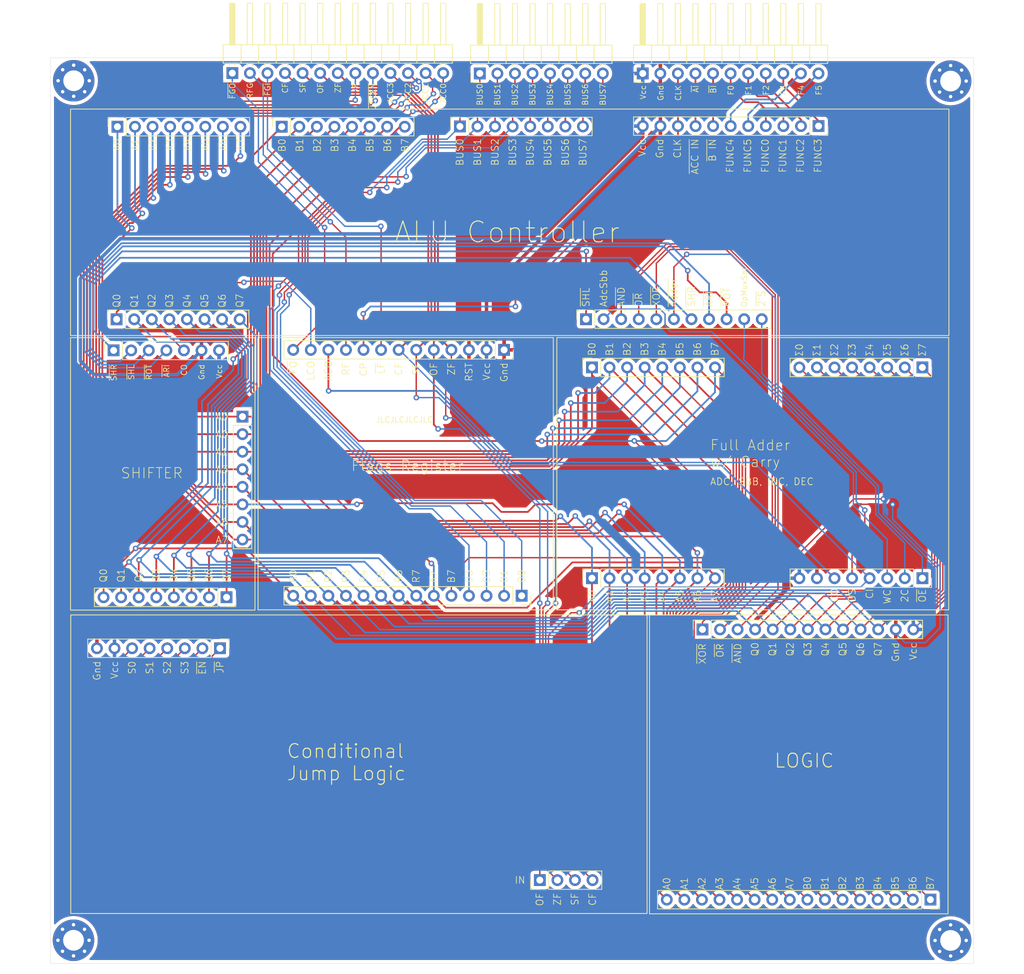
<source format=kicad_pcb>
(kicad_pcb (version 20211014) (generator pcbnew)
  (layers (0 "F.Cu" signal) (31 "B.Cu" signal) (34 "B.Paste" user) (35 "F.Paste" user) (36 "B.SilkS" user "B.Silkscreen") (37 "F.SilkS" user "F.Silkscreen") (38 "B.Mask" user) (39 "F.Mask" user) (44 "Edge.Cuts" user))
  (net 0 "")
  (net 1 "VCC")
  (net 2 "GND")
  (net 3 "Q0")
  (net 4 "Q1")
  (net 5 "Q2")
  (net 6 "Q3")
  (net 7 "Q4")
  (net 8 "Q5")
  (net 9 "Q6")
  (net 10 "Q7")
  (net 11 "ACO")
  (net 12 "CF")
  (net 13 "SF")
  (net 14 "OF")
  (net 15 "ZF")
  (net 16 "A7")
  (net 17 "B7")
  (net 18 "B6")
  (net 19 "B5")
  (net 20 "B4")
  (net 21 "B3")
  (net 22 "B2")
  (net 23 "B1")
  (net 24 "B0")
  (net 25 "A6")
  (net 26 "A5")
  (net 27 "A4")
  (net 28 "A3")
  (net 29 "A2")
  (net 30 "A1")
  (net 31 "A0")
  (net 32 "~{SHIFTER_SHR}")
  (net 33 "~{SHIFTER_SHL}")
  (net 34 "~{SHIFTER_ROT}")
  (net 35 "~{SHIFTER_ARI}")
  (net 36 "SHIFTER_CO")
  (net 37 "ALU_FUNC_3")
  (net 38 "ALU_FUNC_2")
  (net 39 "ALU_FUNC_1")
  (net 40 "ALU_FUNC_0")
  (net 41 "ALU_FUNC_5")
  (net 42 "ALU_FUNC_4")
  (net 43 "~{LATCH_B}")
  (net 44 "~{LATCH_ACCUMULATOR}")
  (net 45 "CLOCK")
  (net 46 "ADC_SBB")
  (net 47 "~{AND}")
  (net 48 "~{OR}")
  (net 49 "~{XOR}")
  (net 50 "ADDER_OUT")
  (net 51 "OP_MUX_SELECT")
  (net 52 "TWOS_COMP")
  (net 53 "BUS0")
  (net 54 "BUS1")
  (net 55 "BUS2")
  (net 56 "BUS3")
  (net 57 "BUS4")
  (net 58 "BUS5")
  (net 59 "BUS6")
  (net 60 "BUS7")
  (net 61 "~{LATCH_FLAGS}")
  (net 62 "RESTORE_FLAGS")
  (net 63 "~{FLAGS_OUT}")
  (net 64 "JCC_LD_PC_COND")
  (net 65 "JCC_EN")
  (net 66 "JCC_ADR3")
  (net 67 "JCC_ADR2")
  (net 68 "JCC_ADR1")
  (net 69 "JCC_ADR0")
  (footprint "Connector_PinSocket_2.54mm:PinSocket_1x13_P2.54mm_Vertical" (layer "F.Cu") (at 144.837 69.897 -90)
    (fp_text reference "J3" hide)
    (fp_text value "Conn_01x13")
  )
  (footprint "Connector_PinSocket_2.54mm:PinSocket_1x14_P2.54mm_Vertical" (layer "F.Cu") (at 147.377 105.457 -90)
    (fp_text reference "J4" hide)
    (fp_text value "Conn_01x14")
  )
  (footprint "Connector_PinSocket_2.54mm:PinSocket_1x08_P2.54mm_Vertical" (layer "F.Cu") (at 157.537 72.437 90)
    (fp_text reference "J5" hide)
    (fp_text value "Conn_01x08")
  )
  (footprint "Connector_PinSocket_2.54mm:PinSocket_1x08_P2.54mm_Vertical" (layer "F.Cu") (at 205.289 72.437 -90)
    (fp_text reference "J6" hide)
    (fp_text value "Conn_01x08")
  )
  (footprint "Connector_PinSocket_2.54mm:PinSocket_1x08_P2.54mm_Vertical" (layer "F.Cu") (at 205.289 102.917 -90)
    (fp_text reference "J7" hide)
    (fp_text value "Conn_01x08")
  )
  (footprint "Connector_PinSocket_2.54mm:PinSocket_1x08_P2.54mm_Vertical" (layer "F.Cu") (at 157.537 102.917 90)
    (fp_text reference "J8" hide)
    (fp_text value "Conn_01x08")
  )
  (footprint "MountingHole:MountingHole_3mm_Pad_Via" (layer "F.Cu") (at 82.625 30.975)
    (fp_text reference "REF**" hide)
    (fp_text value "MountingHole_3mm_Pad_Via")
  )
  (footprint "MountingHole:MountingHole_3mm_Pad_Via" (layer "F.Cu") (at 209.375 155.3)
    (fp_text reference "REF**" hide)
    (fp_text value "MountingHole_3mm_Pad_Via")
  )
  (footprint "MountingHole:MountingHole_3mm_Pad_Via" (layer "F.Cu") (at 82.6 155.275)
    (fp_text reference "REF**" hide)
    (fp_text value "MountingHole_3mm_Pad_Via")
  )
  (footprint "MountingHole:MountingHole_3mm_Pad_Via" (layer "F.Cu") (at 209.375 31.025)
    (fp_text reference "REF**" hide)
    (fp_text value "MountingHole_3mm_Pad_Via")
  )
  (footprint "Connector_PinHeader_2.54mm:PinHeader_1x13_P2.54mm_Horizontal" (layer "F.Cu") (at 105.555 29.875 90)
    (fp_text reference "J18" hide)
    (fp_text value "Conn_01x13")
  )
  (footprint "Connector_PinSocket_2.54mm:PinSocket_1x08_P2.54mm_Vertical" (layer "F.Cu") (at 104.725 105.675 -90)
    (fp_text reference "J2" hide)
    (fp_text value "Conn_01x08")
  )
  (footprint "Connector_PinHeader_2.54mm:PinHeader_1x08_P2.54mm_Horizontal" (layer "F.Cu") (at 141.325 29.925 90)
    (fp_text reference "J27" hide)
    (fp_text value "Conn_01x08")
  )
  (footprint "Connector_PinSocket_2.54mm:PinSocket_1x07_P2.54mm_Vertical" (layer "F.Cu") (at 88.4 69.975 90)
    (fp_text reference "J19" hide)
    (fp_text value "Conn_01x07")
  )
  (footprint "Connector_PinHeader_2.54mm:PinHeader_1x11_P2.54mm_Horizontal" (layer "F.Cu") (at 164.875 29.925 90)
    (fp_text reference "J26" hide)
    (fp_text value "Conn_01x12")
  )
  (footprint "Connector_PinHeader_2.54mm:PinHeader_1x04_P2.54mm_Vertical" (layer "F.Cu") (at 150 146.575 90)
    (fp_text reference "J12" hide)
    (fp_text value "Conn_01x04")
  )
  (footprint "Connector_PinSocket_2.54mm:PinSocket_1x11_P2.54mm_Vertical" (layer "F.Cu") (at 156.679 65.459 90)
    (fp_text reference "J21" hide)
    (fp_text value "Conn_01x11")
  )
  (footprint "Connector_PinSocket_2.54mm:PinSocket_1x08_P2.54mm_Vertical" (layer "F.Cu") (at 138.45 37.589 90)
    (fp_text reference "J22" hide)
    (fp_text value "Conn_01x08")
  )
  (footprint "Connector_PinSocket_2.54mm:PinSocket_1x16_P2.54mm_Vertical" (layer "F.Cu") (at 206.45 149.4 -90)
    (fp_text reference "J9" hide)
    (fp_text value "Conn_01x16")
  )
  (footprint "Connector_PinSocket_2.54mm:PinSocket_1x08_P2.54mm_Vertical" (layer "F.Cu") (at 88.945 37.625 90)
    (fp_text reference "J24" hide)
    (fp_text value "Conn_01x08")
  )
  (footprint "Connector_PinSocket_2.54mm:PinSocket_1x13_P2.54mm_Vertical" (layer "F.Cu") (at 173.505 110.325 90)
    (fp_text reference "J10" hide)
    (fp_text value "Conn_01x13")
  )
  (footprint "Connector_PinSocket_2.54mm:PinSocket_1x08_P2.54mm_Vertical" (layer "F.Cu") (at 88.835 65.475 90)
    (fp_text reference "J23" hide)
    (fp_text value "Conn_01x08")
  )
  (footprint "Connector_PinSocket_2.54mm:PinSocket_1x08_P2.54mm_Vertical" (layer "F.Cu") (at 107.025 79.545)
    (fp_text reference "J1" hide)
    (fp_text value "Conn_01x08")
  )
  (footprint "Connector_PinHeader_2.54mm:PinHeader_1x08_P2.54mm_Vertical" (layer "F.Cu") (at 103.766 113.051 -90)
    (fp_text reference "J11" hide)
    (fp_text value "Conn_01x08")
  )
  (footprint "Connector_PinSocket_2.54mm:PinSocket_1x11_P2.54mm_Vertical" (layer "F.Cu") (at 190.285 37.534 -90)
    (fp_text reference "J20" hide)
    (fp_text value "Conn_01x12")
  )
  (footprint "Connector_PinSocket_2.54mm:PinSocket_1x08_P2.54mm_Vertical" (layer "F.Cu") (at 112.695 37.625 90)
    (fp_text reference "J25" hide)
    (fp_text value "Conn_01x08")
  )
  (gr_line (start 152.457 68.119) (end 209.099 68.119) (layer "F.SilkS") (width 0.12))
  (gr_line (start 151.949 107.489) (end 151.949 68.119) (layer "F.SilkS") (width 0.12))
  (gr_line (start 151.949 107.489) (end 109.277 107.489) (layer "F.SilkS") (width 0.12))
  (gr_rect (start 82.2 108.225) (end 165.5 151.4) (layer "F.SilkS") (width 0.12) (fill none))
  (gr_line (start 109.277 68.119) (end 109.277 107.489) (layer "F.SilkS") (width 0.12))
  (gr_rect (start 82.175 68.125) (end 108.825 107.525) (layer "F.SilkS") (width 0.12) (fill none))
  (gr_line (start 151.949 68.119) (end 109.277 68.119) (layer "F.SilkS") (width 0.12))
  (gr_line (start 152.457 107.489) (end 209.099 107.489) (layer "F.SilkS") (width 0.12))
  (gr_rect (start 165.85 108.225) (end 209 151.45) (layer "F.SilkS") (width 0.12) (fill none))
  (gr_line (start 152.457 107.489) (end 152.457 68.119) (layer "F.SilkS") (width 0.12))
  (gr_line (start 209.099 68.119) (end 209.099 107.489) (layer "F.SilkS") (width 0.12))
  (gr_rect (start 209.125 35.075) (end 82.175 67.825) (layer "F.SilkS") (width 0.12) (fill none))
  (gr_rect (start 212.7 27.65) (end 79.275 158.625) (layer "Edge.Cuts") (width 0.05) (fill none))
  (gr_text "OF" (at 134.677 71.675 90) (layer "F.SilkS") (effects (font (size 1 1) (thickness 0.1)) (justify right)))
  (gr_text "SF" (at 132.137 71.675 90) (layer "F.SilkS") (effects (font (size 1 1) (thickness 0.1)) (justify right)))
  (gr_text "CF" (at 129.597 71.675 90) (layer "F.SilkS") (effects (font (size 1 1) (thickness 0.1)) (justify right)))
  (gr_text "~{LF}" (at 127.057 71.675 90) (layer "F.SilkS") (effects (font (size 1 1) (thickness 0.1)) (justify right)))
  (gr_text "CP" (at 124.517 71.675 90) (layer "F.SilkS") (effects (font (size 1 1) (thickness 0.1)) (justify right)))
  (gr_text "RF" (at 121.977 71.675 90) (layer "F.SilkS") (effects (font (size 1 1) (thickness 0.1)) (justify right)))
  (gr_text "ACO" (at 119.437 71.421 90) (layer "F.SilkS") (effects (font (size 1 1) (thickness 0.1)) (justify right)))
  (gr_text "LCO" (at 116.897 71.421 90) (layer "F.SilkS") (effects (font (size 1 1) (thickness 0.1)) (justify right)))
  (gr_text "Flags Register" (at 130.867 86.661) (layer "F.SilkS") (effects (font (size 1.5 1.5) (thickness 0.1))))
  (gr_text "R3" (at 121.977 103.679 90) (layer "F.SilkS") (effects (font (size 1 1) (thickness 0.1)) (justify left)))
  (gr_text "R2" (at 119.437 103.679 90) (layer "F.SilkS") (effects (font (size 1 1) (thickness 0.1)) (justify left)))
  (gr_text "R4" (at 124.517 103.679 90) (layer "F.SilkS") (effects (font (size 1 1) (thickness 0.1)) (justify left)))
  (gr_text "R5" (at 127.057 103.679 90) (layer "F.SilkS") (effects (font (size 1 1) (thickness 0.1)) (justify left)))
  (gr_text "R6" (at 129.597 103.679 90) (layer "F.SilkS") (effects (font (size 1 1) (thickness 0.1)) (justify left)))
  (gr_text "A7" (at 134.677 103.679 90) (layer "F.SilkS") (effects (font (size 1 1) (thickness 0.1)) (justify left)))
  (gr_text "B7" (at 137.217 103.679 90) (layer "F.SilkS") (effects (font (size 1 1) (thickness 0.1)) (justify left)))
  (gr_text "R7" (at 132.137 103.679 90) (layer "F.SilkS") (effects (font (size 1 1) (thickness 0.1)) (justify left)))
  (gr_text "D0" (at 147.377 103.679 90) (layer "F.SilkS") (effects (font (size 1 1) (thickness 0.1)) (justify left)))
  (gr_text "D3" (at 139.757 103.679 90) (layer "F.SilkS") (effects (font (size 1 1) (thickness 0.1)) (justify left)))
  (gr_text "D3" (at 142.297 103.679 90) (layer "F.SilkS") (effects (font (size 1 1) (thickness 0.1)) (justify left)))
  (gr_text "D1" (at 144.837 103.679 90) (layer "F.SilkS") (effects (font (size 1 1) (thickness 0.1)) (justify left)))
  (gr_text "R0" (at 114.357 103.679 90) (layer "F.SilkS") (effects (font (size 1 1) (thickness 0.1)) (justify left)))
  (gr_text "R1" (at 116.897 103.679 90) (layer "F.SilkS") (effects (font (size 1 1) (thickness 0.1)) (justify left)))
  (gr_text "ZF" (at 137.217 71.675 90) (layer "F.SilkS") (effects (font (size 1 1) (thickness 0.1)) (justify right)))
  (gr_text "RST" (at 139.757 71.675 90) (layer "F.SilkS") (effects (font (size 1 1) (thickness 0.1)) (justify right)))
  (gr_text "Vcc" (at 142.297 71.675 90) (layer "F.SilkS") (effects (font (size 1 1) (thickness 0.1)) (justify right)))
  (gr_text "Gnd" (at 144.837 71.675 90) (layer "F.SilkS") (effects (font (size 1 1) (thickness 0.1)) (justify right)))
  (gr_text "Σ5" (at 200.209 70.913 90) (layer "F.SilkS") (effects (font (size 1 1) (thickness 0.1)) (justify left)))
  (gr_text "Σ3" (at 195.129 70.913 90) (layer "F.SilkS") (effects (font (size 1 1) (thickness 0.1)) (justify left)))
  (gr_text "Σ6" (at 202.749 70.913 90) (layer "F.SilkS") (effects (font (size 1 1) (thickness 0.1)) (justify left)))
  (gr_text "A2" (at 162.617 106.473 90) (layer "F.SilkS") (effects (font (size 1 1) (thickness 0.1)) (justify left)))
  (gr_text "A0" (at 157.537 106.473 90) (layer "F.SilkS") (effects (font (size 1 1) (thickness 0.1)) (justify left)))
  (gr_text "A1" (at 160.077 106.473 90) (layer "F.SilkS") (effects (font (size 1 1) (thickness 0.1)) (justify left)))
  (gr_text "CO" (at 192.589 106.473 90) (layer "F.SilkS") (effects (font (size 1 1) (thickness 0.1)) (justify left)))
  (gr_text "CI" (at 197.669 105.965 90) (layer "F.SilkS") (effects (font (size 1 1) (thickness 0.1)) (justify left)))
  (gr_text "Σ1" (at 190.049 70.913 90) (layer "F.SilkS") (effects (font (size 1 1) (thickness 0.1)) (justify left)))
  (gr_text "~{OE}" (at 205.289 106.473 90) (layer "F.SilkS") (effects (font (size 1 1) (thickness 0.1)) (justify left)))
  (gr_text "Σ0" (at 187.509 70.913 90) (layer "F.SilkS") (effects (font (size 1 1) (thickness 0.1)) (justify left)))
  (gr_text "WC" (at 200.209 106.727 90) (layer "F.SilkS") (effects (font (size 1 1) (thickness 0.1)) (justify left)))
  (gr_text "-" (at 190.811 105.457 180) (layer "F.SilkS") (effects (font (size 1 1) (thickness 0.1)) (justify left)))
  (gr_text "2C" (at 202.749 106.473 90) (layer "F.SilkS") (effects (font (size 1 1) (thickness 0.1)) (justify left)))
  (gr_text "A5" (at 170.237 106.473 90) (layer "F.SilkS") (effects (font (size 1 1) (thickness 0.1)) (justify left)))
  (gr_text "A7" (at 175.317 106.473 90) (layer "F.SilkS") (effects (font (size 1 1) (thickness 0.1)) (justify left)))
  (gr_text "A6" (at 172.777 106.473 90) (layer "F.SilkS") (effects (font (size 1 1) (thickness 0.1)) (justify left)))
  (gr_text "OS" (at 195.129 106.473 90) (layer "F.SilkS") (effects (font (size 1 1) (thickness 0.1)) (justify left)))
  (gr_text "A4" (at 167.697 106.473 90) (layer "F.SilkS") (effects (font (size 1 1) (thickness 0.1)) (justify left)))
  (gr_text "A3" (at 165.157 106.473 90) (layer "F.SilkS") (effects (font (size 1 1) (thickness 0.1)) (justify left)))
  (gr_text "B0" (at 157.537 70.825 90) (layer "F.SilkS") (effects (font (size 1 1) (thickness 0.1)) (justify left)))
  (gr_text "B1" (at 160.077 70.825 90) (layer "F.SilkS") (effects (font (size 1 1) (thickness 0.1)) (justify left)))
  (gr_text "B2" (at 162.617 70.825 90) (layer "F.SilkS") (effects (font (size 1 1) (thickness 0.1)) (justify left)))
  (gr_text "B3" (at 165.157 70.825 90) (layer "F.SilkS") (effects (font (size 1 1) (thickness 0.1)) (justify left)))
  (gr_text "B4" (at 167.697 70.825 90) (layer "F.SilkS") (effects (font (size 1 1) (thickness 0.1)) (justify left)))
  (gr_text "B5" (at 170.237 70.825 90) (layer "F.SilkS") (effects (font (size 1 1) (thickness 0.1)) (justify left)))
  (gr_text "B7" (at 175.317 70.825 90) (layer "F.SilkS") (effects (font (size 1 1) (thickness 0.1)) (justify left)))
  (gr_text "Σ4" (at 197.669 70.913 90) (layer "F.SilkS") (effects (font (size 1 1) (thickness 0.1)) (justify left)))
  (gr_text "Σ2" (at 192.589 70.913 90) (layer "F.SilkS") (effects (font (size 1 1) (thickness 0.1)) (justify left)))
  (gr_text "Σ7" (at 205.289 70.913 90) (layer "F.SilkS") (effects (font (size 1 1) (thickness 0.1)) (justify left)))
  (gr_text "B6" (at 172.777 70.825 90) (layer "F.SilkS") (effects (font (size 1 1) (thickness 0.1)) (justify left)))
  (gr_text "ADC, SBB, INC, DEC" (at 174.555 88.947) (layer "F.SilkS") (effects (font (size 1 1) (thickness 0.1)) (justify left)))
  (gr_text "Full Adder\nw/ Carry" (at 174.555 84.883) (layer "F.SilkS") (effects (font (size 1.5 1.5) (thickness 0.1)) (justify left)))
  (gr_text "~{FO}" (at 114.357 71.421 90) (layer "F.SilkS") (effects (font (size 1 1) (thickness 0.1)) (justify right)))
  (gr_text "F3" (at 185.245 31.55 90) (layer "F.SilkS") (effects (font (size 0.8 0.8) (thickness 0.1)) (justify right)))
  (gr_text "~{XOR}" (at 173.5 112.275 90) (layer "F.SilkS") (effects (font (size 1 1) (thickness 0.1)) (justify right)))
  (gr_text "~{2'S}" (at 182.079 63.759 90) (layer "F.SilkS") (effects (font (size 1 1) (thickness 0.1)) (justify left)))
  (gr_text "FUNC5" (at 180.035 39.309 90) (layer "F.SilkS") (effects (font (size 1 1) (thickness 0.1)) (justify right)))
  (gr_text "A4" (at 178.51 148.05 90) (layer "F.SilkS") (effects (font (size 1 1) (thickness 0.1)) (justify left)))
  (gr_text "Q6" (at 102.165 102.525 90) (layer "F.SilkS") (effects (font (size 1 1) (thickness 0.1))))
  (gr_text "Q2" (at 92.005 102.525 90) (layer "F.SilkS") (effects (font (size 1 1) (thickness 0.1))))
  (gr_text "CLK" (at 170.005 31.55 90) (layer "F.SilkS") (effects (font (size 0.8 0.8) (thickness 0.1)) (justify right)))
  (gr_text "Vcc" (at 103.665 71.925 90) (layer "F.SilkS") (effects (font (size 0.8 0.8) (thickness 0.1)) (justify right)))
  (gr_text "Q0" (at 88.845 63.859 90) (layer "F.SilkS") (effects (font (size 1 1) (thickness 0.1)) (justify left)))
  (gr_text "~{OR}" (at 176.05 112.275 90) (layer "F.SilkS") (effects (font (size 1 1) (thickness 0.1)) (justify right)))
  (gr_text "JCC3" (at 128.4 31.225 90) (layer "F.SilkS") (effects (font (size 0.8 0.8) (thickness 0.1)) (justify right)))
  (gr_text "~{OR}" (at 164.299 63.759 90) (layer "F.SilkS") (effects (font (size 1 1) (thickness 0.1)) (justify left)))
  (gr_text "A5" (at 105.025 92.275) (layer "F.SilkS") (effects (font (size 1 1) (thickness 0.1)) (justify right)))
  (gr_text "~{FGI}" (at 110.655 31.225 90) (layer "F.SilkS") (effects (font (size 0.8 0.8) (thickness 0.1)) (justify right)))
  (gr_text "Q3" (at 188.72 112.125 90) (layer "F.SilkS") (effects (font (size 1 1) (thickness 0.1)) (justify right)))
  (gr_text "~{ARI}" (at 96.045 71.925 90) (layer "F.SilkS") (effects (font (size 0.8 0.8) (thickness 0.1)) (justify right)))
  (gr_text "S0" (at 91.066 114.829 90) (layer "F.SilkS") (effects (font (size 1 1) (thickness 0.1)) (justify right)))
  (gr_text "A1" (at 105.025 84.655) (layer "F.SilkS") (effects (font (size 1 1) (thickness 0.1)) (justify right)))
  (gr_text "B5" (at 125.445 39.259 90) (layer "F.SilkS") (effects (font (size 1 1) (thickness 0.1)) (justify right)))
  (gr_text "Gnd" (at 201.42 112.125 90) (layer "F.SilkS") (effects (font (size 1 1) (thickness 0.1)) (justify right)))
  (gr_text "BUS7" (at 156.225 39.259 90) (layer "F.SilkS") (effects (font (size 1 1) (thickness 0.1)) (justify right)))
  (gr_text "Q4" (at 99.005 63.859 90) (layer "F.SilkS") (effects (font (size 1 1) (thickness 0.1)) (justify left)))
  (gr_text "OF" (at 118.275 31.225 90) (layer "F.SilkS") (effects (font (size 0.8 0.8) (thickness 0.1)) (justify right)))
  (gr_text "A4" (at 99.105 39.259 90) (layer "F.SilkS") (effects (font (size 1 1) (thickness 0.1)) (justify right)))
  (gr_text "B0" (at 188.67 148.05 90) (layer "F.SilkS") (effects (font (size 1 1) (thickness 0.1)) (justify left)))
  (gr_text "BUS4" (at 148.605 39.259 90) (layer "F.SilkS") (effects (font (size 1 1) (thickness 0.1)) (justify right)))
  (gr_text "B6" (at 203.91 148.05 90) (layer "F.SilkS") (effects (font (size 1 1) (thickness 0.1)) (justify left)))
  (gr_text "Q5" (at 193.8 112.125 90) (layer "F.SilkS") (effects (font (size 1 1) (thickness 0.1)) (justify right)))
  (gr_text "F4" (at 187.785 31.55 90) (layer "F.SilkS") (effects (font (size 0.8 0.8) (thickness 0.1)) (justify right)))
  (gr_text "Q5" (at 99.625 102.525 90) (layer "F.SilkS") (effects (font (size 1 1) (thickness 0.1))))
  (gr_text "OpMuxSel" (at 179.539 63.759 90) (layer "F.SilkS") (effects (font (size 0.8 0.8) (thickness 0.1)) (justify left)))
  (gr_text "BUS6" (at 156.565 31.325 90) (layer "F.SilkS") (effects (font (size 0.8 0.8) (thickness 0.1)) (justify right)))
  (gr_text "Q3" (at 96.465 63.859 90) (layer "F.SilkS") (effects (font (size 1 1) (thickness 0.1)) (justify left)))
  (gr_text "~{SHL}" (at 90.965 71.925 90) (layer "F.SilkS") (effects (font (size 0.8 0.8) (thickness 0.1)) (justify right)))
  (gr_text "FUNC3" (at 190.195 39.309 90) (layer "F.SilkS") (effects (font (size 1 1) (thickness 0.1)) (justify right)))
  (gr_text "~{BI}" (at 175.085 31.55 90) (layer "F.SilkS") (effects (font (size 0.8 0.8) (thickness 0.1)) (justify right)))
  (gr_text "AdcSbb" (at 159.219 63.759 90) (layer "F.SilkS") (effects (font (size 1 1) (thickness 0.1)) (justify left)))
  (gr_text "BUS2" (at 146.405 31.325 90) (layer "F.SilkS") (effects (font (size 0.8 0.8) (thickness 0.1)) (justify right)))
  (gr_text "CO" (at 98.585 71.925 90) (layer "F.SilkS") (effects (font (size 0.8 0.8) (thickness 0.1)) (justify right)))
  (gr_text "B5" (at 201.37 148.05 90) (layer "F.SilkS") (effects (font (size 1 1) (thickness 0.1)) (justify left)))
  (gr_text "FUNC0" (at 182.575 39.309 90) (layer "F.SilkS") (effects (font (size 1 1) (thickness 0.1)) (justify right)))
  (gr_text "Vcc" (at 164.795 39.309 90) (layer "F.SilkS") (effects (font (size 1 1) (thickness 0.1)) (justify right)))
  (gr_text "A6" (at 183.59 148.05 90) (layer "F.SilkS") (effects (font (size 1 1) (thickness 0.1)) (justify left)))
  (gr_text "SF" (at 115.735 31.225 90) (layer "F.SilkS") (effects (font (size 0.8 0.8) (thickness 0.1)) (justify right)))
  (gr_text "JCC1" (at 133.475 31.25 90) (layer "F.SilkS") (effects (font (size 0.8 0.8) (thickness 0.1)) (justify right)))
  (gr_text "~{AND}" (at 178.6 112.25 90) (layer "F.SilkS") (effects (font (size 1 1) (thickness 0.1)) (justify right)))
  (gr_text "~{SHL}" (at 156.679 63.759 90) (layer "F.SilkS") (effects (font (size 1 1) (thickness 0.1)) (justify left)))
  (gr_text "A0" (at 88.945 39.259 90) (layer "F.SilkS") (effects (font (size 1 1) (thickness 0.1)) (justify right)))
  (gr_text "A2" (at 94.025 39.259 90) (layer "F.SilkS") (effects (font (size 1 1) (thickness 0.1)) (justify right)))
  (gr_text "F1" (at 180.165 31.55 90) (layer "F.SilkS") (effects (font (size 0.8 0.8) (thickness 0.1)) (justify right)))
  (gr_text "A1" (at 170.89 148.05 90) (layer "F.SilkS") (effects (font (size 1 1) (thickness 0.1)) (justify left)))
  (gr_text "BUS6" (at 153.685 39.259 90) (layer "F.SilkS") (effects (font (size 1 1) (thickness 0.1)) (justify right)))
  (gr_text "Conditional\nJump Logic" (at 113.325 129.525) (layer "F.SilkS") (effects (font (size 2 2)) (justify left)))
  (gr_text "A0" (at 105.025 82.115) (layer "F.SilkS") (effects (font (size 1 1) (thickness 0.1)) (justify right)))
  (gr_text "B7" (at 130.525 39.259 90) (layer "F.SilkS") (effects (font (size 1 1) (thickness 0.1)) (justify right)))
  (gr_text "~{B IN}" (at 174.955 39.309 90) (layer "F.SilkS") (effects (font (size 1 1) (thickness 0.1)) (justify right)))
  (gr_text "B7" (at 206.45 148.05 90) (layer "F.SilkS") (effects (font (size 1 1) (thickness 0.1)) (justify left)))
  (gr_text "~{FGO}" (at 105.575 31.225 90) (layer "F.SilkS") (effects (font (size 0.8 0.8) (thickness 0.1)) (justify right)))
  (gr_text "Q3" (at 94.545 102.525 90) (layer "F.SilkS") (effects (font (size 1 1) (thickness 0.1))))
  (gr_text "BUS7" (at 159.105 31.325 90) (layer "F.SilkS") (effects (font (size 0.8 0.8) (thickness 0.1)) (justify right)))
  (gr_text "B4" (at 198.83 148.05 90) (layer "F.SilkS") (effects (font (size 1 1) (thickness 0.1)) (justify left)))
  (gr_text "B3" (at 120.365 39.259 90) (layer "F.SilkS") (effects (font (size 1 1) (thickness 0.1)) (justify right)))
  (gr_text "B2" (at 117.825 39.259 90) (layer "F.SilkS") (effects (font (size 1 1) (thickness 0.1)) (justify right)))
  (gr_text "BUS5" (at 154.025 31.325 90) (layer "F.SilkS") (effects (font (size 0.8 0.8) (thickness 0.1)) (justify right)))
  (gr_text "ZF" (at 120.815 31.225 90) (layer "F.SilkS") (effects (font (size 0.8 0.8) (thickness 0.1)) (justify right)))
  (gr_text "Q2" (at 93.925 63.859 90) (layer "F.SilkS") (effects (font (size 1 1) (thickness 0.1)) (justify left)))
  (gr_text "~{EN}" (at 101.226 114.829 90) (layer "F.SilkS") (effects (font (size 1 1) (thickness 0.1)) (justify right)))
  (gr_text "~{ROT}" (at 176.999 63.759 90) (layer "F.SilkS") (effects (font (size 1 1) (thickness 0.1)) (justify left)))
  (gr_text "Q6" (at 196.34 112.125 90) (layer "F.SilkS") (effects (font (size 1 1) (thickness 0.1)) (justify right)))
  (gr_text "A6" (at 105.025 94.815) (layer "F.SilkS") (effects (font (size 1 1) (thickness 0.1)) (justify right)))
  (gr_text "A5" (at 101.645 39.259 90) (layer "F.SilkS") (effects (font (size 1 1) (thickness 0.1)) (justify right)))
  (gr_text "~{XOR}" (at 166.839 63.759 90) (layer "F.SilkS") (effects (font (size 1 1) (thickness 0.1)) (justify left)))
  (gr_text "Q7" (at 106.625 63.859 90) (layer "F.SilkS") (effects (font (size 1 1) (thickness 0.1)) (justify left)))
  (gr_text "Vcc" (at 88.526 114.829 90) (layer "F.SilkS") (effects (font (size 1 1) (thickness 0.1)) (justify right)))
  (gr_text "Q4" (at 191.26 112.125 90) (layer "F.SilkS") (effects (font (size 1 1) (thickness 0.1)) (justify right)))
  (gr_text "Q0" (at 181.1 112.125 90) (layer "F.SilkS") (effects (font (size 1 1) (thickness 0.1)) (justify right)))
  (gr_text "FUNC4" (at 177.495 39.309 90) (layer "F.SilkS") (effects (font (size 1 1) (thickness 0.1)) (justify right)))
  (gr_text "Q2" (at 186.18 112.125 90) (layer "F.SilkS") (effects (font (size 1 1) (thickness 0.1)) (justify right)))
  (gr_text "BUS1" (at 143.865 31.325 90) (layer "F.SilkS") (effects (font (size 0.8 0.8) (thickness 0.1)) (justify right)))
  (gr_text "A7" (at 186.13 148.05 90) (layer "F.SilkS") (effects (font (size 1 1) (thickness 0.1)) (justify left)))
  (gr_text "~{AND}" (at 161.759 63.759 90) (layer "F.SilkS") (effects (font (size 1 1) (thickness 0.1)) (justify left)))
  (gr_text "~{ARI}" (at 174.459 63.759 90) (layer "F.SilkS") (effects (font (size 1 1) (thickness 0.1)) (justify left)))
  (gr_text "B4" (at 122.905 39.259 90) (layer "F.SilkS") (effects (font (size 1 1) (thickness 0.1)) (justify right)))
  (gr_text "JCC2" (at 130.95 31.225 90) (layer "F.SilkS") (effects (font (size 0.8 0.8) (thickness 0.1)) (justify right)))
  (gr_text "A7" (at 105.025 97.355) (layer "F.SilkS") (effects (font (size 1 1) (thickness 0.1)) (justify right)))
  (gr_text "F0" (at 177.625 31.55 90) (layer "F.SilkS") (effects (font (size 0.8 0.8) (thickness 0.1)) (justify right)))
  (gr_text "Gnd" (at 167.335 39.309 90) (layer "F.SilkS") (effects (font (size 1 1) (thickness 0.1)) (justify right)))
  (gr_text "~{ACC IN}" (at 172.415 39.309 90) (layer "F.SilkS") (effects (font (size 1 1) (thickness 0.1)) (justify right)))
  (gr_text "S1" (at 93.606 114.829 90) (layer "F.SilkS") (effects (font (size 1 1) (thickness 0.1)) (justify right)))
  (gr_text "BUS0" (at 138.445 39.259 90) (layer "F.SilkS") (effects (font (size 1 1) (thickness 0.1)) (justify right)))
  (gr_text "Q4" (at 97.085 102.525 90) (layer "F.SilkS") (effects (font (size 1 1) (thickness 0.1))))
  (gr_text "BUS1" (at 140.985 39.259 90) (layer "F.SilkS") (effects (font (size 1 1) (thickness 0.1)) (justify right)))
  (gr_text "BUS3" (at 146.065 39.259 90) (layer "F.SilkS") (effects (font (size 1 1) (thickness 0.1)) (justify right)))
  (gr_text "F2" (at 182.705 31.55 90) (layer "F.SilkS") (effects (font (size 0.8 0.8) (thickness 0.1)) (justify right)))
  (gr_text "Gnd" (at 85.986 114.829 90) (layer "F.SilkS") (effects (font (size 1 1) (thickness 0.1)) (justify right)))
  (gr_text "B1" (at 191.21 148.05 90) (layer "F.SilkS") (effects (font (size 1 1) (thickness 0.1)) (justify left)))
  (gr_text "ZF" (at 152.534 148.357 90) (layer "F.SilkS") (effects (font (size 1 1) (thickness 0.1)) (justify right)))
  (gr_text "Gnd" (at 167.465 31.55 90) (layer "F.SilkS") (effects (font (size 0.8 0.8) (thickness 0.1)) (justify right)))
  (gr_text "RFG" (at 108.115 31.225 90) (layer "F.SilkS") (effects (font (size 0.8 0.8) (thickness 0.1)) (justify right)))
  (gr_text "A7" (at 106.725 39.259 90) (layer "F.SilkS") (effects (font (size 1 1) (thickness 0.1)) (justify right)))
  (gr_text "SF" (at 155.074 148.357 90) (layer "F.SilkS") (effects (font (size 1 1) (thickness 0.1)) (justify right)))
  (gr_text "S3" (at 98.686 114.829 90) (layer "F.SilkS") (effects (font (size 1 1) (thickness 0.1)) (justify right)))
  (gr_text "FUNC2" (at 187.655 39.309 90) (layer "F.SilkS") (effects (font (size 1 1) (thickness 0.1)) (justify right)))
  (gr_text "Q5" (at 101.545 63.859 90) (layer "F.SilkS") (effects (font (size 1 1) (thickness 0.1)) (justify left)))
  (gr_text "SHIFTER" (at 93.925 87.725) (layer "F.SilkS") (effects (font (size 1.5 1.5) (thickness 0.1))))
  (gr_text "~{AI}" (at 172.545 31.55 90) (layer "F.SilkS") (effects (font (size 0.8 0.8) (thickness 0.1)) (justify right)))
  (gr_text "Q1" (at 183.64 112.125 90) (layer "F.SilkS") (effects (font (size 1 1) (thickness 0.1)) (justify right)))
  (gr_text "IN" (at 147.962 146.579) (layer "F.SilkS") (effects (font (size 1 1) (thickness 0.1)) (justify right)))
  (gr_text "B2" (at 193.75 148.05 90) (layer "F.SilkS") (effects (font (size 1 1) (thickness 0.1)) (justify left)))
  (gr_text "Q1" (at 91.385 63.859 90) (layer "F.SilkS") (effects (font (size 1 1) (thickness 0.1)) (justify left)))
  (gr_text "JCC0" (at 136.05 31.275 90) (layer "F.SilkS") (effects (font (size 0.8 0.8) (thickness 0.1)) (justify right)))
  (gr_text "B3" (at 196.29 148.05 90) (layer "F.SilkS") (effects (font (size 1 1) (thickness 0.1)) (justify left)))
  (gr_text "BUS2" (at 143.525 39.259 90) (layer "F.SilkS") (effects (font (size 1 1) (thickness 0.1)) (justify right)))
  (gr_text "~{SHR}" (at 88.425 71.925 90) (layer "F.SilkS") (effects (font (size 0.8 0.8) (thickness 0.1)) (justify right)))
  (gr_text "~{Adder}" (at 169.379 63.759 90) (layer "F.SilkS") (effects (font (size 1 1) (thickness 0.1)) (justify left)))
  (gr_text "S2" (at 96.146 114.829 90) (layer "F.SilkS") (effects (font (size 1 1) (thickness 0.1)) (justify right)))
  (gr_text "BUS4" (at 151.485 31.325 90) (layer "F.SilkS") (effects (font (size 0.8 0.8) (thickness 0.1)) (justify right)))
  (gr_text "Gnd" (at 101.125 71.925 90) (layer "F.SilkS") (effects (font (size 0.8 0.8) (thickness 0.1)) (justify right)))
  (gr_text "OF" (at 149.994 148.357 90) (layer "F.SilkS") (effects (font (size 1 1) (thickness 0.1)) (justify right)))
  (gr_text "BUS0" (at 141.325 31.325 90) (layer "F.SilkS") (effects (font (size 0.8 0.8) (thickness 0.1)) (justify right)))
  (gr_text "A5" (at 181.05 148.05 90) (layer "F.SilkS") (effects (font (size 1 1) (thickness 0.1)) (justify left)))
  (gr_text "A1" (at 91.485 39.259 90) (layer "F.SilkS") (effects (font (size 1 1) (thickness 0.1)) (justify right)))
  (gr_text "~{SHR}" (at 171.919 63.759 90) (layer "F.SilkS") (effects (font (size 1 1) (thickness 0.1)) (justify left)))
  (gr_text "BUS5" (at 151.145 39.259 90) (layer "F.SilkS") (effects (font (size 1 1) (thickness 0.1)) (justify right)))
  (gr_text "JP" (at 123.325 31.225 90) (layer "F.SilkS") (effects (font (size 0.8 0.8) (thickness 0.1)) (justify right)))
  (gr_text "B1" (at 115.285 39.259 90) (layer "F.SilkS") (effects (font (size 1 1) (thickness 0.1)) (justify right)))
  (gr_text "CLK" (at 169.875 39.309 90) (layer "F.SilkS") (effects (font (size 1 1) (thickness 0.1)) (justify right)))
  (gr_text "A2" (at 173.43 148.05 90) (layer "F.SilkS") (effects (font (size 1 1) (thickness 0.1)) (justify left)))
  (gr_text "Q0" (at 86.925 102.525 90) (layer "F.SilkS") (effects (font (size 1 1) (thickness 0.1))))
  (gr_text "ALU Controller" (at 145.275 52.875) (layer "F.SilkS") (effects (font (size 3 3))))
  (gr_text "~{JCCEN}" (at 125.9 31.25 90) (layer "F.SilkS") (effects (font (size 0.8 0.8) (thickness 0.1)) (justify right)))
  (gr_text "JLCJLCJLCJLC" (at 130.425 80) (layer "F.SilkS") (effects (font (size 0.8 0.8) (thickness 0.1))))
  (gr_text "CF" (at 157.614 148.357 90) (layer "F.SilkS") (effects (font (size 1 1) (thickness 0.1)) (justify right)))
  (gr_text "~{ROT}" (at 93.505 71.925 90) (layer "F.SilkS") (effects (font (size 0.8 0.8) (thickness 0.1)) (justify right)))
  (gr_text "~{JP}" (at 103.766 114.829 90) (layer "F.SilkS") (effects (font (size 1 1) (thickness 0.1)) (justify right)))
  (gr_text "Q6" (at 104.085 63.859 90) (layer "F.SilkS") (effects (font (size 1 1) (thickness 0.1)) (justify left)))
  (gr_text "Q7" (at 198.88 112.125 90) (layer "F.SilkS") (effects (font (size 1 1) (thickness 0.1)) (justify right)))
  (gr_text "F5" (at 190.325 31.55 90) (layer "F.SilkS") (effects (font (size 0.8 0.8) (thickness 0.1)) (justify right)))
  (gr_text "BUS3" (at 148.945 31.325 90) (layer "F.SilkS") (effects (font (size 0.8 0.8) (thickness 0.1)) (justify right)))
  (gr_text "LOGIC" (at 188.225 129.3) (layer "F.SilkS") (effects (font (size 2 2))))
  (gr_text "A0" (at 168.35 148.05 90) (layer "F.SilkS") (effects (font (size 1 1) (thickness 0.1)) (justify left)))
  (gr_text "Vcc" (at 164.925 31.55 90) (layer "F.SilkS") (effects (font (size 0.8 0.8) (thickness 0.1)) (justify right)))
  (gr_text "A3" (at 96.565 39.259 90) (layer "F.SilkS") (effects (font (size 1 1) (thickness 0.1)) (justify right)))
  (gr_text "B6" (at 127.985 39.259 90) (layer "F.SilkS") (effects (font (size 1 1) (thickness 0.1)) (justify right)))
  (gr_text "Vcc" (at 203.96 112.125 90) (layer "F.SilkS") (effects (font (size 1 1) (thickness 0.1)) (justify right)))
  (gr_text "FUNC1" (at 185.115 39.309 90) (layer "F.SilkS") (effects (font (size 1 1) (thickness 0.1)) (justify right)))
  (gr_text "B0" (at 112.745 39.259 90) (layer "F.SilkS") (effects (font (size 1 1) (thickness 0.1)) (justify right)))
  (gr_text "A0" (at 105.025 79.575) (layer "F.SilkS") (effects (font (size 1 1) (thickness 0.1)) (justify right)))
  (gr_text "CF" (at 113.195 31.225 90) (layer "F.SilkS") (effects (font (size 0.8 0.8) (thickness 0.1)) (justify right)))
  (gr_text "Q1" (at 89.465 102.525 90) (layer "F.SilkS") (effects (font (size 1 1) (thickness 0.1))))
  (gr_text "A3" (at 105.025 87.195) (layer "F.SilkS") (effects (font (size 1 1) (thickness 0.1)) (justify right)))
  (gr_text "A3" (at 175.97 148.05 90) (layer "F.SilkS") (effects (font (size 1 1) (thickness 0.1)) (justify left)))
  (gr_text "A4" (at 105.025 89.735) (layer "F.SilkS") (effects (font (size 1 1) (thickness 0.1)) (justify right)))
  (gr_text "A6" (at 104.185 39.259 90) (layer "F.SilkS") (effects (font (size 1 1) (thickness 0.1)) (justify right)))
  (gr_text "Q7" (at 104.705 102.525 90) (layer "F.SilkS") (effects (font (size 1 1) (thickness 0.1))))
  (segment (start 142.297 69.897) (end 142.297 61.703) (width 0.5) (layer "F.Cu") (net 1))
  (segment (start 199.65 91.45) (end 195.375 91.45) (width 0.2) (layer "F.Cu") (net 1))
  (segment (start 142.297 61.703) (end 164.885 39.115) (width 0.5) (layer "F.Cu") (net 1))
  (segment (start 164.885 37.534) (end 164.885 29.935) (width 0.25) (layer "F.Cu") (net 1))
  (segment (start 195.375 91.45) (end 187.509 99.316) (width 0.2) (layer "F.Cu") (net 1))
  (segment (start 164.885 29.935) (end 164.875 29.925) (width 0.25) (layer "F.Cu") (net 1))
  (segment (start 164.885 39.115) (end 164.885 37.534) (width 0.5) (layer "F.Cu") (net 1))
  (segment (start 187.509 99.316) (end 187.509 102.917) (width 0.2) (layer "F.Cu") (net 1))
  (via (at 199.65 91.45) (size 0.8) (drill 0.4) (layers "F.Cu" "B.Cu") (net 1))
  (segment (start 203.985 110.325) (end 207.450489 106.859511) (width 0.2) (layer "B.Cu") (net 1))
  (segment (start 85.275 74.175) (end 82.875 71.775) (width 0.5) (layer "B.Cu") (net 1))
  (segment (start 101.325 74.175) (end 85.275 74.175) (width 0.5) (layer "B.Cu") (net 1))
  (segment (start 207.450489 101.425489) (end 199.65 93.625) (width 0.2) (layer "B.Cu") (net 1))
  (segment (start 103.64 69.975) (end 103.64 71.86) (width 0.5) (layer "B.Cu") (net 1))
  (segment (start 150.025 53.125) (end 164.885 38.265) (width 0.5) (layer "B.Cu") (net 1))
  (segment (start 82.875 59.325) (end 89.075 53.125) (width 0.5) (layer "B.Cu") (net 1))
  (segment (start 199.65 93.625) (end 199.65 91.45) (width 0.2) (layer "B.Cu") (net 1))
  (segment (start 207.450489 106.859511) (end 207.450489 101.425489) (width 0.2) (layer "B.Cu") (net 1))
  (segment (start 164.885 38.265) (end 164.885 37.534) (width 0.5) (layer "B.Cu") (net 1))
  (segment (start 82.875 71.775) (end 82.875 59.325) (width 0.5) (layer "B.Cu") (net 1))
  (segment (start 103.64 71.86) (end 101.325 74.175) (width 0.5) (layer "B.Cu") (net 1))
  (segment (start 89.075 53.125) (end 150.025 53.125) (width 0.5) (layer "B.Cu") (net 1))
  (segment (start 190.049 97.626) (end 193.475 94.2) (width 0.2) (layer "F.Cu") (net 2))
  (segment (start 190.049 102.917) (end 190.049 97.626) (width 0.2) (layer "F.Cu") (net 2))
  (segment (start 144.837 69.897) (end 144.837 61.513) (width 0.5) (layer "F.Cu") (net 2))
  (segment (start 167.425 38.925) (end 167.425 37.534) (width 0.5) (layer "F.Cu") (net 2))
  (segment (start 144.837 61.513) (end 167.425 38.925) (width 0.5) (layer "F.Cu") (net 2))
  (segment (start 200.975 92.225) (end 201 92.25) (width 0.2) (layer "F.Cu") (net 2))
  (segment (start 195.45 92.225) (end 197.575 92.225) (width 0.2) (layer "F.Cu") (net 2))
  (segment (start 167.415 29.925) (end 167.415 37.524) (width 0.25) (layer "F.Cu") (net 2))
  (segment (start 197.575 92.225) (end 200.975 92.225) (width 0.2) (layer "F.Cu") (net 2))
  (segment (start 167.415 37.524) (end 167.425 37.534) (width 0.25) (layer "F.Cu") (net 2))
  (segment (start 193.475 94.2) (end 195.45 92.225) (width 0.2) (layer "F.Cu") (net 2))
  (via (at 201 92.25) (size 0.8) (drill 0.4) (layers "F.Cu" "B.Cu") (net 2))
  (segment (start 201 92.25) (end 201 94.4) (width 0.2) (layer "B.Cu") (net 2))
  (segment (start 85.575489 73.475489) (end 83.574511 71.474511) (width 0.5) (layer "B.Cu") (net 2))
  (segment (start 101.1 69.975) (end 97.599511 73.475489) (width 0.5) (layer "B.Cu") (net 2))
  (segment (start 89.364747 53.824511) (end 151.134489 53.824511) (width 0.5) (layer "B.Cu") (net 2))
  (segment (start 207.85 110.1) (end 205.7 112.25) (width 0.2) (layer "B.Cu") (net 2))
  (segment (start 83.574511 59.614747) (end 89.364747 53.824511) (width 0.5) (layer "B.Cu") (net 2))
  (segment (start 97.599511 73.475489) (end 85.575489 73.475489) (width 0.5) (layer "B.Cu") (net 2))
  (segment (start 207.85 101.25) (end 207.85 110.1) (width 0.2) (layer "B.Cu") (net 2))
  (segment (start 83.574511 71.474511) (end 83.574511 59.614747) (width 0.5) (layer "B.Cu") (net 2))
  (segment (start 201.445 110.895) (end 201.445 110.325) (width 0.2) (layer "B.Cu") (net 2))
  (segment (start 151.134489 53.824511) (end 167.425 37.534) (width 0.5) (layer "B.Cu") (net 2))
  (segment (start 205.7 112.25) (end 202.8 112.25) (width 0.2) (layer "B.Cu") (net 2))
  (segment (start 201 94.4) (end 207.85 101.25) (width 0.2) (layer "B.Cu") (net 2))
  (segment (start 202.8 112.25) (end 201.445 110.895) (width 0.2) (layer "B.Cu") (net 2))
  (segment (start 90.275 62.975) (end 88.835 64.415) (width 0.25) (layer "F.Cu") (net 3))
  (segment (start 106.525 62.975) (end 90.275 62.975) (width 0.25) (layer "F.Cu") (net 3))
  (segment (start 107.789511 69.160489) (end 107.789511 64.239511) (width 0.25) (layer "F.Cu") (net 3))
  (segment (start 186.78572 104.66428) (end 181.125 110.325) (width 0.2) (layer "F.Cu") (net 3))
  (segment (start 114.357 105.457) (end 107.500499 98.600499) (width 0.25) (layer "F.Cu") (net 3))
  (segment (start 206.653423 103.948802) (end 205.937945 104.66428) (width 0.2) (layer "F.Cu") (net 3))
  (segment (start 105.725 71.225) (end 107.789511 69.160489) (width 0.25) (layer "F.Cu") (net 3))
  (segment (start 107.789511 64.239511) (end 106.525 62.975) (width 0.25) (layer "F.Cu") (net 3))
  (segment (start 107.500499 98.600499) (end 91.574901 98.600499) (width 0.25) (layer "F.Cu") (net 3))
  (segment (start 205.937945 104.66428) (end 186.78572 104.66428) (width 0.2) (layer "F.Cu") (net 3))
  (segment (start 187.509 72.437) (end 206.653423 91.581423) (width 0.2) (layer "F.Cu") (net 3))
  (segment (start 88.835 64.415) (end 88.835 65.475) (width 0.25) (layer "F.Cu") (net 3))
  (segment (start 105.675 71.225) (end 105.725 71.225) (width 0.25) (layer "F.Cu") (net 3))
  (segment (start 91.574901 98.600499) (end 86.945 103.2304) (width 0.25) (layer "F.Cu") (net 3))
  (segment (start 86.945 103.2304) (end 86.945 105.675) (width 0.25) (layer "F.Cu") (net 3))
  (segment (start 206.653423 91.581423) (end 206.653423 103.948802) (width 0.2) (layer "F.Cu") (net 3))
  (via (at 105.675 71.225) (size 0.8) (drill 0.4) (layers "F.Cu" "B.Cu") (net 3))
  (via (at 91.574901 98.600499) (size 0.8) (drill 0.4) (layers "F.Cu" "B.Cu") (net 3))
  (segment (start 114.357 105.457) (end 120.575 111.675) (width 0.25) (layer "B.Cu") (net 3))
  (segment (start 101.175 77.325) (end 105.675 72.825) (width 0.25) (layer "B.Cu") (net 3))
  (segment (start 91.574901 98.600499) (end 91.574901 98.575099) (width 0.25) (layer "B.Cu") (net 3))
  (segment (start 91.574901 98.575099) (end 101.175 88.975) (width 0.25) (layer "B.Cu") (net 3))
  (segment (start 101.175 88.975) (end 101.175 77.325) (width 0.25) (layer "B.Cu") (net 3))
  (segment (start 105.675 72.825) (end 105.675 71.225) (width 0.25) (layer "B.Cu") (net 3))
  (segment (start 161.3 107.65) (end 178.45 107.65) (width 0.25) (layer "B.Cu") (net 3))
  (segment (start 120.575 111.675) (end 157.275 111.675) (width 0.25) (layer "B.Cu") (net 3))
  (segment (start 178.45 107.65) (end 181.125 110.325) (width 0.25) (layer "B.Cu") (net 3))
  (segment (start 157.275 111.675) (end 161.3 107.65) (width 0.25) (layer "B.Cu") (net 3))
  (segment (start 207.052934 89.440934) (end 190.049 72.437) (width 0.2) (layer "F.Cu") (net 4))
  (segment (start 206.073376 105.111615) (end 207.052934 104.132057) (width 0.2) (layer "F.Cu") (net 4))
  (segment (start 183.665 110.325) (end 188.878385 105.111615) (width 0.2) (layer "F.Cu") (net 4))
  (segment (start 188.878385 105.111615) (end 206.073376 105.111615) (width 0.2) (layer "F.Cu") (net 4))
  (segment (start 89.485 101.715) (end 90.625 100.575) (width 0.25) (layer "F.Cu") (net 4))
  (segment (start 207.052934 104.132057) (end 207.052934 89.440934) (width 0.2) (layer "F.Cu") (net 4))
  (segment (start 89.485 105.675) (end 89.485 101.715) (width 0.25) (layer "F.Cu") (net 4))
  (via (at 90.625 100.575) (size 0.8) (drill 0.4) (layers "F.Cu" "B.Cu") (net 4))
  (segment (start 102.025 77.775) (end 102.025 89.175) (width 0.25) (layer "B.Cu") (net 4))
  (segment (start 161.124161 107.225489) (end 157.14965 111.2) (width 0.2) (layer "B.Cu") (net 4))
  (segment (start 157.14965 111.2) (end 122.64 111.2) (width 0.2) (layer "B.Cu") (net 4))
  (segment (start 183.665 110.325) (end 180.565489 107.225489) (width 0.2) (layer "B.Cu") (net 4))
  (segment (start 106.425 73.375) (end 102.025 77.775) (width 0.25) (layer "B.Cu") (net 4))
  (segment (start 94.625 68.725) (end 104.775 68.725) (width 0.25) (layer "B.Cu") (net 4))
  (segment (start 106.425 70.375) (end 106.425 73.375) (width 0.25) (layer "B.Cu") (net 4))
  (segment (start 90.625 100.575) (end 92.822063 102.772063) (width 0.25) (layer "B.Cu") (net 4))
  (segment (start 180.565489 107.225489) (end 161.124161 107.225489) (width 0.2) (layer "B.Cu") (net 4))
  (segment (start 102.025 89.175) (end 90.625 100.575) (width 0.25) (layer "B.Cu") (net 4))
  (segment (start 122.64 111.2) (end 116.897 105.457) (width 0.2) (layer "B.Cu") (net 4))
  (segment (start 104.775 68.725) (end 106.425 70.375) (width 0.25) (layer "B.Cu") (net 4))
  (segment (start 91.375 65.475) (end 94.625 68.725) (width 0.25) (layer "B.Cu") (net 4))
  (segment (start 92.822063 102.772063) (end 114.212063 102.772063) (width 0.25) (layer "B.Cu") (net 4))
  (segment (start 114.212063 102.772063) (end 116.897 105.457) (width 0.25) (layer "B.Cu") (net 4))
  (segment (start 207.452445 104.297556) (end 206.22304 105.526961) (width 0.2) (layer "F.Cu") (net 5))
  (segment (start 207.452445 87.300445) (end 207.452445 104.297556) (width 0.2) (layer "F.Cu") (net 5))
  (segment (start 191.003039 105.526961) (end 186.205 110.325) (width 0.2) (layer "F.Cu") (net 5))
  (segment (start 92.075 100.275) (end 92.025 100.325) (width 0.25) (layer "F.Cu") (net 5))
  (segment (start 192.589 72.437) (end 207.452445 87.300445) (width 0.2) (layer "F.Cu") (net 5))
  (segment (start 92.025 100.325) (end 92.025 105.675) (width 0.25) (layer "F.Cu") (net 5))
  (segment (start 206.22304 105.526961) (end 191.003039 105.526961) (width 0.2) (layer "F.Cu") (net 5))
  (via (at 92.075 100.275) (size 0.8) (drill 0.4) (layers "F.Cu" "B.Cu") (net 5))
  (segment (start 102.575 78.025) (end 102.575 89.775) (width 0.25) (layer "B.Cu") (net 5))
  (segment (start 124.755489 110.775489) (end 156.949511 110.775489) (width 0.25) (layer "B.Cu") (net 5))
  (segment (start 94.122551 102.322551) (end 92.075 100.275) (width 0.25) (layer "B.Cu") (net 5))
  (segment (start 160.924022 106.800978) (end 182.680978 106.800978) (width 0.25) (layer "B.Cu") (net 5))
  (segment (start 106.925 70.239296) (end 106.925 73.675) (width 0.25) (layer "B.Cu") (net 5))
  (segment (start 119.437 105.457) (end 116.302551 102.322551) (width 0.25) (layer "B.Cu") (net 5))
  (segment (start 102.575 89.775) (end 92.075 100.275) (width 0.25) (layer "B.Cu") (net 5))
  (segment (start 104.961194 68.27549) (end 106.925 70.239296) (width 0.25) (layer "B.Cu") (net 5))
  (segment (start 119.437 105.457) (end 124.755489 110.775489) (width 0.25) (layer "B.Cu") (net 5))
  (segment (start 156.949511 110.775489) (end 160.924022 106.800978) (width 0.25) (layer "B.Cu") (net 5))
  (segment (start 96.71549 68.27549) (end 104.961194 68.27549) (width 0.25) (layer "B.Cu") (net 5))
  (segment (start 182.680978 106.800978) (end 186.205 110.325) (width 0.25) (layer "B.Cu") (net 5))
  (segment (start 106.925 73.675) (end 102.575 78.025) (width 0.25) (layer "B.Cu") (net 5))
  (segment (start 93.915 65.475) (end 96.71549 68.27549) (width 0.25) (layer "B.Cu") (net 5))
  (segment (start 116.302551 102.322551) (end 94.122551 102.322551) (width 0.25) (layer "B.Cu") (net 5))
  (segment (start 94.565 105.675) (end 94.565 99.785) (width 0.25) (layer "F.Cu") (net 6))
  (segment (start 206.388549 105.926475) (end 193.143525 105.926475) (width 0.2) (layer "F.Cu") (net 6))
  (segment (start 94.565 99.785) (end 94.575 99.775) (width 0.25) (layer "F.Cu") (net 6))
  (segment (start 195.129 72.437) (end 207.851956 85.159956) (width 0.2) (layer "F.Cu") (net 6))
  (segment (start 207.851956 85.159956) (end 207.851956 104.463068) (width 0.2) (layer "F.Cu") (net 6))
  (segment (start 193.143525 105.926475) (end 188.745 110.325) (width 0.2) (layer "F.Cu") (net 6))
  (segment (start 207.851956 104.463068) (end 206.388549 105.926475) (width 0.2) (layer "F.Cu") (net 6))
  (via (at 94.575 99.775) (size 0.8) (drill 0.4) (layers "F.Cu" "B.Cu") (net 6))
  (segment (start 107.375 73.875) (end 103.024511 78.225489) (width 0.25) (layer "B.Cu") (net 6))
  (segment (start 96.455 65.475) (end 98.755489 67.775489) (width 0.25) (layer "B.Cu") (net 6))
  (segment (start 96.673042 101.873042) (end 118.393042 101.873042) (width 0.25) (layer "B.Cu") (net 6))
  (segment (start 103.024511 78.225489) (end 103.024511 91.325489) (width 0.25) (layer "B.Cu") (net 6))
  (segment (start 156.773672 110.350978) (end 126.870978 110.350978) (width 0.2) (layer "B.Cu") (net 6))
  (segment (start 160.748183 106.376467) (end 156.773672 110.350978) (width 0.2) (layer "B.Cu") (net 6))
  (segment (start 105.096897 67.775489) (end 107.375 70.053592) (width 0.25) (layer "B.Cu") (net 6))
  (segment (start 103.024511 91.325489) (end 94.575 99.775) (width 0.25) (layer "B.Cu") (net 6))
  (segment (start 184.796467 106.376467) (end 160.748183 106.376467) (width 0.2) (layer "B.Cu") (net 6))
  (segment (start 98.755489 67.775489) (end 105.096897 67.775489) (width 0.25) (layer "B.Cu") (net 6))
  (segment (start 118.393042 101.873042) (end 121.977 105.457) (width 0.25) (layer "B.Cu") (net 6))
  (segment (start 188.745 110.325) (end 184.796467 106.376467) (width 0.2) (layer "B.Cu") (net 6))
  (segment (start 126.870978 110.350978) (end 121.977 105.457) (width 0.2) (layer "B.Cu") (net 6))
  (segment (start 107.375 70.053592) (end 107.375 73.875) (width 0.25) (layer "B.Cu") (net 6))
  (segment (start 94.575 99.775) (end 96.673042 101.873042) (width 0.25) (layer "B.Cu") (net 6))
  (segment (start 195.284021 106.325979) (end 206.554039 106.325979) (width 0.2) (layer "F.Cu") (net 7))
  (segment (start 206.554039 106.325979) (end 208.251467 104.628551) (width 0.2) (layer "F.Cu") (net 7))
  (segment (start 191.285 110.325) (end 195.284021 106.325979) (width 0.2) (layer "F.Cu") (net 7))
  (segment (start 97.105 99.645) (end 97.105 105.675) (width 0.25) (layer "F.Cu") (net 7))
  (segment (start 97.125 99.625) (end 97.105 99.645) (width 0.25) (layer "F.Cu") (net 7))
  (segment (start 208.251467 83.019467) (end 197.669 72.437) (width 0.2) (layer "F.Cu") (net 7))
  (segment (start 208.251467 104.628551) (end 208.251467 83.019467) (width 0.2) (layer "F.Cu") (net 7))
  (via (at 97.125 99.625) (size 0.8) (drill 0.4) (layers "F.Cu" "B.Cu") (net 7))
  (segment (start 107.82451 69.867398) (end 107.82451 74.061194) (width 0.25) (layer "B.Cu") (net 7))
  (segment (start 124.517 105.457) (end 120.48353 101.42353) (width 0.25) (layer "B.Cu") (net 7))
  (segment (start 124.517 105.457) (end 128.986467 109.926467) (width 0.25) (layer "B.Cu") (net 7))
  (segment (start 103.474022 93.275978) (end 97.125 99.625) (width 0.25) (layer "B.Cu") (net 7))
  (segment (start 107.82451 74.061194) (end 103.474022 78.411682) (width 0.25) (layer "B.Cu") (net 7))
  (segment (start 160.572344 105.951956) (end 186.911956 105.951956) (width 0.25) (layer "B.Cu") (net 7))
  (segment (start 98.995 65.475) (end 100.845978 67.325978) (width 0.25) (layer "B.Cu") (net 7))
  (segment (start 186.911956 105.951956) (end 191.285 110.325) (width 0.25) (layer "B.Cu") (net 7))
  (segment (start 120.48353 101.42353) (end 98.92353 101.42353) (width 0.25) (layer "B.Cu") (net 7))
  (segment (start 105.28309 67.325978) (end 107.82451 69.867398) (width 0.25) (layer "B.Cu") (net 7))
  (segment (start 128.986467 109.926467) (end 156.597833 109.926467) (width 0.25) (layer "B.Cu") (net 7))
  (segment (start 103.474022 78.411682) (end 103.474022 93.275978) (width 0.25) (layer "B.Cu") (net 7))
  (segment (start 98.92353 101.42353) (end 97.125 99.625) (width 0.25) (layer "B.Cu") (net 7))
  (segment (start 156.597833 109.926467) (end 160.572344 105.951956) (width 0.25) (layer "B.Cu") (net 7))
  (segment (start 100.845978 67.325978) (end 105.28309 67.325978) (width 0.25) (layer "B.Cu") (net 7))
  (segment (start 197.424511 106.725489) (end 206.719523 106.725489) (width 0.2) (layer "F.Cu") (net 8))
  (segment (start 193.825 110.325) (end 197.424511 106.725489) (width 0.2) (layer "F.Cu") (net 8))
  (segment (start 208.650978 104.794034) (end 208.650978 80.878978) (width 0.2) (layer "F.Cu") (net 8))
  (segment (start 206.719523 106.725489) (end 208.650978 104.794034) (width 0.2) (layer "F.Cu") (net 8))
  (segment (start 208.650978 80.878978) (end 200.209 72.437) (width 0.2) (layer "F.Cu") (net 8))
  (segment (start 99.275 99.475) (end 99.645 99.845) (width 0.25) (layer "F.Cu") (net 8))
  (segment (start 99.645 99.845) (end 99.645 105.675) (width 0.25) (layer "F.Cu") (net 8))
  (via (at 99.275 99.475) (size 0.8) (drill 0.4) (layers "F.Cu" "B.Cu") (net 8))
  (segment (start 127.057 105.457) (end 122.57402 100.97402) (width 0.25) (layer "B.Cu") (net 8))
  (segment (start 100.77402 100.97402) (end 99.275 99.475) (width 0.25) (layer "B.Cu") (net 8))
  (segment (start 101.535 65.475) (end 102.936467 66.876467) (width 0.25) (layer "B.Cu") (net 8))
  (segment (start 102.936467 66.876467) (end 105.469291 66.876467) (width 0.25) (layer "B.Cu") (net 8))
  (segment (start 156.41164 109.476956) (end 160.38615 105.502446) (width 0.25) (layer "B.Cu") (net 8))
  (segment (start 103.923533 78.597875) (end 103.923533 94.826467) (width 0.25) (layer "B.Cu") (net 8))
  (segment (start 127.057 105.457) (end 131.076956 109.476956) (width 0.25) (layer "B.Cu") (net 8))
  (segment (start 122.57402 100.97402) (end 100.77402 100.97402) (width 0.25) (layer "B.Cu") (net 8))
  (segment (start 189.002446 105.502446) (end 193.825 110.325) (width 0.25) (layer "B.Cu") (net 8))
  (segment (start 108.27402 69.681196) (end 108.27402 74.247388) (width 0.25) (layer "B.Cu") (net 8))
  (segment (start 103.923533 94.826467) (end 99.275 99.475) (width 0.25) (layer "B.Cu") (net 8))
  (segment (start 108.27402 74.247388) (end 103.923533 78.597875) (width 0.25) (layer "B.Cu") (net 8))
  (segment (start 131.076956 109.476956) (end 156.41164 109.476956) (width 0.25) (layer "B.Cu") (net 8))
  (segment (start 160.38615 105.502446) (end 189.002446 105.502446) (width 0.25) (layer "B.Cu") (net 8))
  (segment (start 105.469291 66.876467) (end 108.27402 69.681196) (width 0.25) (layer "B.Cu") (net 8))
  (segment (start 209.050489 78.738489) (end 202.749 72.437) (width 0.2) (layer "F.Cu") (net 9))
  (segment (start 206.885006 107.125) (end 209.050489 104.959517) (width 0.2) (layer "F.Cu") (net 9))
  (segment (start 199.565 107.125) (end 206.885006 107.125) (width 0.2) (layer "F.Cu") (net 9))
  (segment (start 102.185 99.385) (end 102.185 105.675) (width 0.25) (layer "F.Cu") (net 9))
  (segment (start 102.175 99.375) (end 102.185 99.385) (width 0.25) (layer "F.Cu") (net 9))
  (segment (start 196.365 110.325) (end 199.565 107.125) (width 0.2) (layer "F.Cu") (net 9))
  (segment (start 209.050489 104.959517) (end 209.050489 78.738489) (width 0.2) (layer "F.Cu") (net 9))
  (via (at 102.175 99.375) (size 0.8) (drill 0.4) (layers "F.Cu" "B.Cu") (net 9))
  (segment (start 104.373044 97.176956) (end 102.175 99.375) (width 0.25) (layer "B.Cu") (net 9))
  (segment (start 103.32451 100.52451) (end 102.175 99.375) (width 0.25) (layer "B.Cu") (net 9))
  (segment (start 196.365 110.325) (end 191.117935 105.077935) (width 0.2) (layer "B.Cu") (net 9))
  (segment (start 108.72353 69.494993) (end 108.72353 74.433582) (width 0.25) (layer "B.Cu") (net 9))
  (segment (start 104.075 65.475) (end 105.026957 66.426957) (width 0.25) (layer "B.Cu") (net 9))
  (segment (start 129.597 105.457) (end 124.66451 100.52451) (width 0.25) (layer "B.Cu") (net 9))
  (segment (start 108.72353 74.433582) (end 104.373044 78.784068) (width 0.25) (layer "B.Cu") (net 9))
  (segment (start 105.026957 66.426957) (end 105.655494 66.426957) (width 0.25) (layer "B.Cu") (net 9))
  (segment (start 105.655494 66.426957) (end 108.72353 69.494993) (width 0.25) (layer "B.Cu") (net 9))
  (segment (start 191.117935 105.077935) (end 160.210312 105.077935) (width 0.2) (layer "B.Cu") (net 9))
  (segment (start 124.66451 100.52451) (end 103.32451 100.52451) (width 0.25) (layer "B.Cu") (net 9))
  (segment (start 104.373044 78.784068) (end 104.373044 97.176956) (width 0.25) (layer "B.Cu") (net 9))
  (segment (start 156.235802 109.052445) (end 133.192445 109.052445) (width 0.2) (layer "B.Cu") (net 9))
  (segment (start 133.192445 109.052445) (end 129.597 105.457) (width 0.2) (layer "B.Cu") (net 9))
  (segment (start 160.210312 105.077935) (end 156.235802 109.052445) (width 0.2) (layer "B.Cu") (net 9))
  (segment (start 207.05 107.525) (end 209.45 105.125) (width 0.2) (layer "F.Cu") (net 10))
  (segment (start 209.45 105.125) (end 209.45 76.598) (width 0.2) (layer "F.Cu") (net 10))
  (segment (start 201.705 107.525) (end 207.05 107.525) (width 0.2) (layer "F.Cu") (net 10))
  (segment (start 209.45 76.598) (end 205.289 72.437) (width 0.2) (layer "F.Cu") (net 10))
  (segment (start 104.725 99.375) (end 104.725 105.675) (width 0.25) (layer "F.Cu") (net 10))
  (segment (start 198.905 110.325) (end 201.705 107.525) (width 0.2) (layer "F.Cu") (net 10))
  (via (at 104.725 99.375) (size 0.8) (drill 0.4) (layers "F.Cu" "B.Cu") (net 10))
  (segment (start 160.009479 104.678419) (end 160.03378 104.678419) (width 0.25) (layer "B.Cu") (net 10))
  (segment (start 135.307934 108.627934) (end 156.059963 108.627934) (width 0.25) (layer "B.Cu") (net 10))
  (segment (start 160.058786 104.653419) (end 160.05879 104.653419) (width 0.25) (layer "B.Cu") (net 10))
  (segment (start 109.173043 74.619773) (end 104.822555 78.970261) (width 0.25) (layer "B.Cu") (net 10))
  (segment (start 106.615 65.475) (end 109.173043 68.033043) (width 0.25) (layer "B.Cu") (net 10))
  (segment (start 104.822555 78.970261) (end 104.822555 99.277445) (width 0.25) (layer "B.Cu") (net 10))
  (segment (start 160.03378 104.678419) (end 160.058777 104.653423) (width 0.25) (layer "B.Cu") (net 10))
  (segment (start 160.058808 104.653411) (end 193.233411 104.653411) (width 0.25) (layer "B.Cu") (net 10))
  (segment (start 160.058797 104.653417) (end 160.058801 104.653413) (width 0.25) (layer "B.Cu") (net 10))
  (segment (start 105.375 100.025) (end 104.725 99.375) (width 0.25) (layer "B.Cu") (net 10))
  (segment (start 160.058782 104.653423) (end 160.058786 104.653419) (width 0.25) (layer "B.Cu") (net 10))
  (segment (start 193.233411 104.653411) (end 198.905 110.325) (width 0.25) (layer "B.Cu") (net 10))
  (segment (start 132.137 105.457) (end 135.307934 108.627934) (width 0.25) (layer "B.Cu") (net 10))
  (segment (start 132.137 105.457) (end 126.705 100.025) (width 0.25) (layer "B.Cu") (net 10))
  (segment (start 160.058801 104.653413) (end 160.058806 104.653413) (width 0.25) (layer "B.Cu") (net 10))
  (segment (start 156.059963 108.627934) (end 160.009479 104.678419) (width 0.25) (layer "B.Cu") (net 10))
  (segment (start 160.058777 104.653423) (end 160.058782 104.653423) (width 0.25) (layer "B.Cu") (net 10))
  (segment (start 109.173043 68.033043) (end 109.173043 74.619773) (width 0.25) (layer "B.Cu") (net 10))
  (segment (start 104.822555 99.277445) (end 104.725 99.375) (width 0.25) (layer "B.Cu") (net 10))
  (segment (start 160.05879 104.653419) (end 160.058792 104.653417) (width 0.25) (layer "B.Cu") (net 10))
  (segment (start 126.705 100.025) (end 105.375 100.025) (width 0.25) (layer "B.Cu") (net 10))
  (segment (start 160.058806 104.653413) (end 160.058808 104.653411) (width 0.25) (layer "B.Cu") (net 10))
  (segment (start 160.058792 104.653417) (end 160.058797 104.653417) (width 0.25) (layer "B.Cu") (net 10))
  (segment (start 119.437 75.787) (end 119.475 75.825) (width 0.25) (layer "F.Cu") (net 11))
  (segment (start 119.437 69.897) (end 119.437 75.787) (width 0.25) (layer "F.Cu") (net 11))
  (via (at 119.475 75.825) (size 0.8) (drill 0.4) (layers "F.Cu" "B.Cu") (net 11))
  (segment (start 192.589 102.917) (end 176.272978 86.600978) (width 0.25) (layer "B.Cu") (net 11))
  (segment (start 145.816322 86.600978) (end 135.040344 75.825) (width 0.25) (layer "B.Cu") (net 11))
  (segment (start 176.272978 86.600978) (end 145.816322 86.600978) (width 0.25) (layer "B.Cu") (net 11))
  (segment (start 135.040344 75.825) (end 119.475 75.825) (width 0.25) (layer "B.Cu") (net 11))
  (segment (start 118.315148 33.075497) (end 130.309734 33.075501) (width 0.2) (layer "F.Cu") (net 12))
  (segment (start 131.313463 34.079205) (end 133.876467 36.642209) (width 0.2) (layer "F.Cu") (net 12))
  (segment (start 157.62 146.575) (end 151.25 140.205) (width 0.2) (layer "F.Cu") (net 12))
  (segment (start 113.175 29.875) (end 116.375497 33.075497) (width 0.2) (layer "F.Cu") (net 12))
  (segment (start 131.313438 34.079205) (end 131.313463 34.079205) (width 0.2) (layer "F.Cu") (net 12))
  (segment (start 130.309734 33.075501) (end 131.313438 34.079205) (width 0.2) (layer "F.Cu") (net 12))
  (segment (start 154.521566 107.903434) (end 155.689086 107.903434) (width 0.2) (layer "F.Cu") (net 12))
  (segment (start 129.597 69.897) (end 133.876468 65.617532) (width 0.25) (layer "F.Cu") (net 12))
  (segment (start 151.25 140.205) (end 151.25 111.175) (width 0.2) (layer "F.Cu") (net 12))
  (segment (start 151.25 111.175) (end 154.521566 107.903434) (width 0.2) (layer "F.Cu") (net 12))
  (segment (start 133.876468 65.617532) (end 133.876467 36.833579) (width 0.25) (layer "F.Cu") (net 12))
  (segment (start 133.876467 36.642209) (end 133.876467 36.833579) (width 0.2) (layer "F.Cu") (net 12))
  (segment (start 116.375497 33.075497) (end 118.315148 33.075497) (width 0.2) (layer "F.Cu") (net 12))
  (via (at 155.689086 107.903434) (size 0.8) (drill 0.4) (layers "F.Cu" "B.Cu") (net 12))
  (segment (start 180.928467 86.176467) (end 145.992161 86.176467) (width 0.2) (layer "B.Cu") (net 12))
  (segment (start 197.669 102.917) (end 196.390737 104.195263) (width 0.2) (layer "B.Cu") (net 12))
  (segment (start 129.712694 69.897) (end 129.597 69.897) (width 0.2) (layer "B.Cu") (net 12))
  (segment (start 196.390737 104.195263) (end 159.397257 104.195263) (width 0.2) (layer "B.Cu") (net 12))
  (segment (start 197.669 102.917) (end 180.928467 86.176467) (width 0.2) (layer "B.Cu") (net 12))
  (segment (start 159.397257 104.195263) (end 155.689086 107.903434) (width 0.2) (layer "B.Cu") (net 12))
  (segment (start 145.992161 86.176467) (end 129.712694 69.897) (width 0.2) (layer "B.Cu") (net 12))
  (segment (start 134.325978 67.708022) (end 134.325978 36.49137) (width 0.25) (layer "F.Cu") (net 13))
  (segment (start 152.275 106.525) (end 150.85049 107.94951) (width 0.2) (layer "F.Cu") (net 13))
  (segment (start 134.325978 36.49137) (end 130.485598 32.65099) (width 0.25) (layer "F.Cu") (net 13))
  (segment (start 150.85049 107.94951) (end 150.85049 142.34549) (width 0.2) (layer "F.Cu") (net 13))
  (segment (start 150.85049 142.34549) (end 155.08 146.575) (width 0.2) (layer "F.Cu") (net 13))
  (segment (start 132.15 76.8) (end 132.137 76.787) (width 0.2) (layer "F.Cu") (net 13))
  (segment (start 118.490986 32.650986) (end 115.715 29.875) (width 0.25) (layer "F.Cu") (net 13))
  (segment (start 130.485598 32.65099) (end 118.490986 32.650986) (width 0.25) (layer "F.Cu") (net 13))
  (segment (start 132.137 69.897) (end 134.325978 67.708022) (width 0.25) (layer "F.Cu") (net 13))
  (segment (start 132.137 76.787) (end 132.137 69.897) (width 0.2) (layer "F.Cu") (net 13))
  (via (at 132.15 76.8) (size 0.8) (drill 0.4) (layers "F.Cu" "B.Cu") (net 13))
  (via (at 152.275 106.525) (size 0.8) (drill 0.4) (layers "F.Cu" "B.Cu") (net 13))
  (segment (start 135.414993 76.8) (end 132.15 76.8) (width 0.2) (layer "B.Cu") (net 13))
  (segment (start 152.275 93.660007) (end 135.414993 76.8) (width 0.2) (layer "B.Cu") (net 13))
  (segment (start 152.275 106.525) (end 152.275 93.660007) (width 0.2) (layer "B.Cu") (net 13))
  (segment (start 134.677 69.897) (end 134.677 80.702) (width 0.25) (layer "F.Cu") (net 14))
  (segment (start 134.825489 68.54643) (end 134.825489 36.355177) (width 0.25) (layer "F.Cu") (net 14))
  (segment (start 134.677 80.702) (end 135.3 81.325) (width 0.25) (layer "F.Cu") (net 14))
  (segment (start 134.825489 36.355177) (end 130.671791 32.201479) (width 0.25) (layer "F.Cu") (net 14))
  (segment (start 120.581478 32.201478) (end 118.255 29.875) (width 0.25) (layer "F.Cu") (net 14))
  (segment (start 150 146.575) (end 150 106.525) (width 0.2) (layer "F.Cu") (net 14))
  (segment (start 134.677 68.694919) (end 134.825489 68.54643) (width 0.25) (layer "F.Cu") (net 14))
  (segment (start 134.677 69.897) (end 134.677 68.694919) (width 0.25) (layer "F.Cu") (net 14))
  (segment (start 130.671791 32.201479) (end 120.581478 32.201478) (width 0.25) (layer "F.Cu") (net 14))
  (via (at 135.3 81.325) (size 0.8) (drill 0.4) (layers "F.Cu" "B.Cu") (net 14))
  (via (at 150 106.525) (size 0.8) (drill 0.4) (layers "F.Cu" "B.Cu") (net 14))
  (segment (start 135.3 81.325) (end 138.460006 81.325) (width 0.2) (layer "B.Cu") (net 14))
  (segment (start 150 92.864994) (end 150 106.525) (width 0.2) (layer "B.Cu") (net 14))
  (segment (start 138.460006 81.325) (end 150 92.864994) (width 0.2) (layer "B.Cu") (net 14))
  (segment (start 137.217 69.897) (end 135.275 67.955) (width 0.25) (layer "F.Cu") (net 15))
  (segment (start 152.54 146.575) (end 150.45098 144.48598) (width 0.2) (layer "F.Cu") (net 15))
  (segment (start 136.4 75.3) (end 137.225 74.475) (width 0.2) (layer "F.Cu") (net 15))
  (segment (start 150.45098 144.48598) (end 150.45098 107.19902) (width 0.2) (layer "F.Cu") (net 15))
  (segment (start 136.4 79.725) (end 136.4 75.3) (width 0.2) (layer "F.Cu") (net 15))
  (segment (start 150.45098 107.19902) (end 151.125 106.525) (width 0.2) (layer "F.Cu") (net 15))
  (segment (start 122.671968 31.751968) (end 120.795 29.875) (width 0.25) (layer "F.Cu") (net 15))
  (segment (start 135.275 36.168984) (end 130.857984 31.751968) (width 0.25) (layer "F.Cu") (net 15))
  (segment (start 137.217 74.467) (end 137.217 69.897) (width 0.2) (layer "F.Cu") (net 15))
  (segment (start 130.857984 31.751968) (end 122.671968 31.751968) (width 0.25) (layer "F.Cu") (net 15))
  (segment (start 137.225 74.475) (end 137.217 74.467) (width 0.2) (layer "F.Cu") (net 15))
  (segment (start 135.275 67.955) (end 135.275 36.168984) (width 0.25) (layer "F.Cu") (net 15))
  (via (at 151.125 106.525) (size 0.8) (drill 0.4) (layers "F.Cu" "B.Cu") (net 15))
  (via (at 136.4 79.725) (size 0.8) (drill 0.4) (layers "F.Cu" "B.Cu") (net 15))
  (segment (start 151.125 93.289994) (end 137.560006 79.725) (width 0.2) (layer "B.Cu") (net 15))
  (segment (start 137.560006 79.725) (end 136.4 79.725) (width 0.2) (layer "B.Cu") (net 15))
  (segment (start 151.125 106.525) (end 151.125 93.289994) (width 0.2) (layer "B.Cu") (net 15))
  (segment (start 87.645434 50.786883) (end 87.641897 50.808103) (width 0.25) (layer "F.Cu") (net 16))
  (segment (start 105.325 43.275) (end 95.175 43.275) (width 0.25) (layer "F.Cu") (net 16))
  (segment (start 88.553049 49.896951) (end 88.510046 49.927667) (width 0.25) (layer "F.Cu") (net 16))
  (segment (start 105.822919 97.325) (end 107.025 97.325) (width 0.25) (layer "F.Cu") (net 16))
  (segment (start 88.510046 49.927667) (end 88.36989 50.027775) (width 0.25) (layer "F.Cu") (net 16))
  (segment (start 87.641897 50.808103) (end 83.625 54.825) (width 0.25) (layer "F.Cu") (net 16))
  (segment (start 154.7 100.625) (end 173.375 100.625) (width 0.25) (layer "F.Cu") (net 16))
  (segment (start 175.317 102.917) (end 173.484 104.75) (width 0.2) (layer "F.Cu") (net 16))
  (segment (start 88.35942 50.09058) (end 87.970672 50.479328) (width 0.25) (layer "F.Cu") (net 16))
  (segment (start 136.395 107.175) (end 148.15 107.175) (width 0.25) (layer "F.Cu") (net 16))
  (segment (start 130.875 97.325) (end 134.325 100.775) (width 0.25) (layer "F.Cu") (net 16))
  (segment (start 175.317 102.567) (end 175.317 102.917) (width 0.25) (layer "F.Cu") (net 16))
  (segment (start 106.725 41.875) (end 105.325 43.275) (width 0.25) (layer "F.Cu") (net 16))
  (segment (start 87.673624 50.766747) (end 87.645434 50.786883) (width 0.25) (layer "F.Cu") (net 16))
  (segment (start 168.83777 132.10777) (end 186.13 149.4) (width 0.2) (layer "F.Cu") (net 16))
  (segment (start 173.484 104.75) (end 171.72535 104.75) (width 0.2) (layer "F.Cu") (net 16))
  (segment (start 107.025 97.325) (end 130.875 97.325) (width 0.25) (layer "F.Cu") (net 16))
  (segment (start 87.908746 50.523561) (end 87.905207 50.544793) (width 0.25) (layer "F.Cu") (net 16))
  (segment (start 83.625 75.127081) (end 105.822919 97.325) (width 0.25) (layer "F.Cu") (net 16))
  (segment (start 134.677 105.457) (end 136.395 107.175) (width 0.25) (layer "F.Cu") (net 16))
  (segment (start 83.625 54.825) (end 83.625 75.127081) (width 0.25) (layer "F.Cu") (net 16))
  (segment (start 168.83777 107.63758) (end 168.83777 132.10777) (width 0.2) (layer "F.Cu") (net 16))
  (segment (start 171.72535 104.75) (end 168.83777 107.63758) (width 0.2) (layer "F.Cu") (net 16))
  (segment (start 87.682164 50.715508) (end 87.673624 50.766747) (width 0.25) (layer "F.Cu") (net 16))
  (segment (start 87.905207 50.544793) (end 87.865313 50.584687) (width 0.25) (layer "F.Cu") (net 16))
  (segment (start 87.865313 50.584687) (end 87.810089 50.624132) (width 0.25) (layer "F.Cu") (net 16))
  (segment (start 173.375 100.625) (end 175.317 102.567) (width 0.25) (layer "F.Cu") (net 16))
  (segment (start 88.369887 50.02778) (end 88.35942 50.09058) (width 0.25) (layer "F.Cu") (net 16))
  (segment (start 87.970672 50.479328) (end 87.908746 50.523561) (width 0.25) (layer "F.Cu") (net 16))
  (segment (start 148.15 107.175) (end 154.7 100.625) (width 0.25) (layer "F.Cu") (net 16))
  (segment (start 95.175 43.275) (end 88.553049 49.896951) (width 0.25) (layer "F.Cu") (net 16))
  (segment (start 87.810089 50.624132) (end 87.682164 50.715508) (width 0.25) (layer "F.Cu") (net 16))
  (segment (start 88.36989 50.027775) (end 88.369887 50.02778) (width 0.25) (layer "F.Cu") (net 16))
  (via (at 134.325 100.775) (size 0.8) (drill 0.4) (layers "F.Cu" "B.Cu") (net 16))
  (via (at 106.725 41.875) (size 0.8) (drill 0.4) (layers "F.Cu" "B.Cu") (net 16))
  (segment (start 106.73 41.87) (end 106.725 41.875) (width 0.25) (layer "B.Cu") (net 16))
  (segment (start 134.325 100.775) (end 134.677 101.127) (width 0.25) (layer "B.Cu") (net 16))
  (segment (start 134.677 101.127) (end 134.677 105.457) (width 0.25) (layer "B.Cu") (net 16))
  (segment (start 106.73 37.609) (end 106.73 41.87) (width 0.25) (layer "B.Cu") (net 16))
  (segment (start 111.385597 70.650034) (end 111.385597 56.014053) (width 0.25) (layer "F.Cu") (net 17))
  (segment (start 179.724774 104.725226) (end 179.724774 76.844774) (width 0.2) (layer "F.Cu") (net 17))
  (segment (start 172.3 115.25) (end 172.3 108.978148) (width 0.2) (layer "F.Cu") (net 17))
  (segment (start 137.217 102.508) (end 139.675 100.05) (width 0.2) (layer "F.Cu") (net 17))
  (segment (start 173.13206 108.146088) (end 176.303912 108.146088) (width 0.2) (layer "F.Cu") (net 17))
  (segment (start 206.45 149.4) (end 172.3 115.25) (width 0.2) (layer "F.Cu") (net 17))
  (segment (start 139.675 100.05) (end 139.775 99.95) (width 0.2) (layer "F.Cu") (net 17))
  (segment (start 150.275 83.075) (end 123.810563 83.075) (width 0.25) (layer "F.Cu") (net 17))
  (segment (start 129.77465 37.625) (end 130.475 37.625) (width 0.25) (layer "F.Cu") (net 17))
  (segment (start 111.385597 56.014053) (end 129.77465 37.625) (width 0.25) (layer "F.Cu") (net 17))
  (segment (start 123.810563 83.075) (end 111.385597 70.650034) (width 0.25) (layer "F.Cu") (net 17))
  (segment (start 172.3 108.978148) (end 173.13206 108.146088) (width 0.2) (layer "F.Cu") (net 17))
  (segment (start 173.525 99.95) (end 176.2 97.275) (width 0.2) (layer "F.Cu") (net 17))
  (segment (start 176.303912 108.146088) (end 179.724774 104.725226) (width 0.2) (layer "F.Cu") (net 17))
  (segment (start 176.2 97.275) (end 176.2 95.9) (width 0.2) (layer "F.Cu") (net 17))
  (segment (start 179.724774 76.844774) (end 175.317 72.437) (width 0.2) (layer "F.Cu") (net 17))
  (segment (start 139.775 99.95) (end 173.525 99.95) (width 0.2) (layer "F.Cu") (net 17))
  (segment (start 137.217 105.457) (end 137.217 102.508) (width 0.2) (layer "F.Cu") (net 17))
  (segment (start 176.2 95.9) (end 176.2 95.6) (width 0.2) (layer "F.Cu") (net 17))
  (segment (start 176.2 95.6) (end 163.65 83.05) (width 0.2) (layer "F.Cu") (net 17))
  (via (at 163.65 83.05) (size 0.8) (drill 0.4) (layers "F.Cu" "B.Cu") (net 17))
  (via (at 150.275 83.075) (size 0.8) (drill 0.4) (layers "F.Cu" "B.Cu") (net 17))
  (segment (start 175.317 72.437) (end 175.317 76.033) (width 0.25) (layer "B.Cu") (net 17))
  (segment (start 168.275 83.075) (end 150.275 83.075) (width 0.25) (layer "B.Cu") (net 17))
  (segment (start 175.317 76.033) (end 168.275 83.075) (width 0.25) (layer "B.Cu") (net 17))
  (segment (start 171.85 108.827798) (end 171.85 117.34) (width 0.25) (layer "F.Cu") (net 18))
  (segment (start 150.475004 84.524996) (end 120.625 84.525) (width 0.25) (layer "F.Cu") (net 18))
  (segment (start 110.936083 74.836083) (end 110.936083 54.623917) (width 0.25) (layer "F.Cu") (net 18))
  (segment (start 176.128073 107.721577) (end 172.956221 107.721577) (width 0.25) (layer "F.Cu") (net 18))
  (segment (start 151.075 83.925) (end 150.475004 84.524996) (width 0.25) (layer "F.Cu") (net 18))
  (segment (start 179.274022 78.934022) (end 179.274021 104.575629) (width 0.25) (layer "F.Cu") (net 18))
  (segment (start 172.956221 107.721577) (end 171.85 108.827798) (width 0.25) (layer "F.Cu") (net 18))
  (segment (start 151.075 82.125) (end 151.075 83.925) (width 0.25) (layer "F.Cu") (net 18))
  (segment (start 172.777 72.437) (end 179.274022 78.934022) (width 0.25) (layer "F.Cu") (net 18))
  (segment (start 110.936083 54.623917) (end 127.935 37.625) (width 0.25) (layer "F.Cu") (net 18))
  (segment (start 179.274021 104.575629) (end 176.128073 107.721577) (width 0.25) (layer "F.Cu") (net 18))
  (segment (start 171.85 117.34) (end 203.91 149.4) (width 0.25) (layer "F.Cu") (net 18))
  (segment (start 120.625 84.525) (end 110.936083 74.836083) (width 0.25) (layer "F.Cu") (net 18))
  (via (at 151.075 82.125) (size 0.8) (drill 0.4) (layers "F.Cu" "B.Cu") (net 18))
  (segment (start 166.525 82.125) (end 151.075 82.125) (width 0.25) (layer "B.Cu") (net 18))
  (segment (start 166.525 82.125) (end 172.777 75.873) (width 0.25) (layer "B.Cu") (net 18))
  (segment (start 172.777 72.437) (end 172.777 75.873) (width 0.25) (layer "B.Cu") (net 18))
  (segment (start 171.400489 119.430489) (end 201.37 149.4) (width 0.25) (layer "F.Cu") (net 19))
  (segment (start 178.824511 81.024511) (end 178.824511 104.389435) (width 0.25) (layer "F.Cu") (net 19))
  (segment (start 151.875 81.225) (end 151.875 83.760704) (width 0.25) (layer "F.Cu") (net 19))
  (segment (start 178.824511 104.389435) (end 175.94188 107.272066) (width 0.25) (layer "F.Cu") (net 19))
  (segment (start 150.661197 84.974507) (end 120.438806 84.97451) (width 0.25) (layer "F.Cu") (net 19))
  (segment (start 110.486573 75.022277) (end 110.486573 52.533427) (width 0.25) (layer "F.Cu") (net 19))
  (segment (start 120.438806 84.97451) (end 110.486573 75.022277) (width 0.25) (layer "F.Cu") (net 19))
  (segment (start 175.94188 107.272066) (end 172.770027 107.272067) (width 0.25) (layer "F.Cu") (net 19))
  (segment (start 171.400489 108.641605) (end 171.400489 119.430489) (width 0.25) (layer "F.Cu") (net 19))
  (segment (start 172.770027 107.272067) (end 171.400489 108.641605) (width 0.25) (layer "F.Cu") (net 19))
  (segment (start 170.237 72.437) (end 178.824511 81.024511) (width 0.25) (layer "F.Cu") (net 19))
  (segment (start 110.486573 52.533427) (end 125.395 37.625) (width 0.25) (layer "F.Cu") (net 19))
  (segment (start 151.875 83.760704) (end 150.661197 84.974507) (width 0.25) (layer "F.Cu") (net 19))
  (via (at 151.875 81.225) (size 0.8) (drill 0.4) (layers "F.Cu" "B.Cu") (net 19))
  (segment (start 164.375 81.225) (end 151.875 81.225) (width 0.25) (layer "B.Cu") (net 19))
  (segment (start 164.375 81.225) (end 170.237 75.363) (width 0.25) (layer "B.Cu") (net 19))
  (segment (start 170.237 72.437) (end 170.237 75.363) (width 0.25) (layer "B.Cu") (net 19))
  (segment (start 175.766041 106.847555) (end 178.4 104.213596) (width 0.2) (layer "F.Cu") (net 20))
  (segment (start 178.4 104.213596) (end 178.4 83.14) (width 0.2) (layer "F.Cu") (net 20))
  (segment (start 110.037063 75.208471) (end 110.037063 50.442937) (width 0.25) (layer "F.Cu") (net 20))
  (segment (start 170.975978 121.545978) (end 170.975978 108.465766) (width 0.2) (layer "F.Cu") (net 20))
  (segment (start 198.83 149.4) (end 170.975978 121.545978) (width 0.2) (layer "F.Cu") (net 20))
  (segment (start 152.775 83.496408) (end 150.84739 85.424018) (width 0.25) (layer "F.Cu") (net 20))
  (segment (start 110.037063 50.442937) (end 122.855 37.625) (width 0.25) (layer "F.Cu") (net 20))
  (segment (start 172.594189 106.847556) (end 175.766041 106.847555) (width 0.2) (layer "F.Cu") (net 20))
  (segment (start 152.775 80.075) (end 152.775 83.496408) (width 0.25) (layer "F.Cu") (net 20))
  (segment (start 178.4 83.14) (end 167.697 72.437) (width 0.2) (layer "F.Cu") (net 20))
  (segment (start 150.84739 85.424018) (end 120.252612 85.42402) (width 0.25) (layer "F.Cu") (net 20))
  (segment (start 170.975978 108.465766) (end 172.594189 106.847556) (width 0.2) (layer "F.Cu") (net 20))
  (segment (start 120.252612 85.42402) (end 110.037063 75.208471) (width 0.25) (layer "F.Cu") (net 20))
  (via (at 152.775 80.075) (size 0.8) (drill 0.4) (layers "F.Cu" "B.Cu") (net 20))
  (segment (start 162.825 80.075) (end 152.775 80.075) (width 0.25) (layer "B.Cu") (net 20))
  (segment (start 167.697 72.437) (end 167.697 75.203) (width 0.25) (layer "B.Cu") (net 20))
  (segment (start 162.825 80.075) (end 167.697 75.203) (width 0.25) (layer "B.Cu") (net 20))
  (segment (start 172.41835 106.423044) (end 170.551467 108.289927) (width 0.25) (layer "F.Cu") (net 21))
  (segment (start 151.033583 85.873529) (end 120.066418 85.87353) (width 0.25) (layer "F.Cu") (net 21))
  (segment (start 170.551467 108.289927) (end 170.551467 123.661467) (width 0.25) (layer "F.Cu") (net 21))
  (segment (start 177.975489 104.037757) (end 175.590202 106.423044) (width 0.25) (layer "F.Cu") (net 21))
  (segment (start 120.066418 85.87353) (end 109.587553 75.394665) (width 0.25) (layer "F.Cu") (net 21))
  (segment (start 175.590202 106.423044) (end 172.41835 106.423044) (width 0.25) (layer "F.Cu") (net 21))
  (segment (start 170.551467 123.661467) (end 196.29 149.4) (width 0.25) (layer "F.Cu") (net 21))
  (segment (start 109.587553 75.394665) (end 109.587553 48.352447) (width 0.25) (layer "F.Cu") (net 21))
  (segment (start 153.575 83.332112) (end 151.033583 85.873529) (width 0.25) (layer "F.Cu") (net 21))
  (segment (start 165.157 72.437) (end 177.975489 85.255489) (width 0.25) (layer "F.Cu") (net 21))
  (segment (start 153.575 78.825) (end 153.575 83.332112) (width 0.25) (layer "F.Cu") (net 21))
  (segment (start 109.587553 48.352447) (end 120.315 37.625) (width 0.25) (layer "F.Cu") (net 21))
  (segment (start 177.975489 85.255489) (end 177.975489 104.037757) (width 0.25) (layer "F.Cu") (net 21))
  (via (at 153.575 78.825) (size 0.8) (drill 0.4) (layers "F.Cu" "B.Cu") (net 21))
  (segment (start 165.157 72.437) (end 165.157 74.943) (width 0.25) (layer "B.Cu") (net 21))
  (segment (start 161.275 78.825) (end 165.157 74.943) (width 0.25) (layer "B.Cu") (net 21))
  (segment (start 161.275 78.825) (end 153.575 78.825) (width 0.25) (layer "B.Cu") (net 21))
  (segment (start 177.550978 103.861918) (end 177.550978 87.370978) (width 0.2) (layer "F.Cu") (net 22))
  (segment (start 193.75 149.4) (end 170.126956 125.776956) (width 0.2) (layer "F.Cu") (net 22))
  (segment (start 170.126956 108.114088) (end 172.242512 105.998533) (width 0.2) (layer "F.Cu") (net 22))
  (segment (start 109.138043 75.580859) (end 119.880224 86.32304) (width 0.25) (layer "F.Cu") (net 22))
  (segment (start 117.775 37.625) (end 109.138043 46.261957) (width 0.25) (layer "F.Cu") (net 22))
  (segment (start 175.414363 105.998533) (end 177.550978 103.861918) (width 0.2) (layer "F.Cu") (net 22))
  (segment (start 151.219776 86.32304) (end 154.475 83.067816) (width 0.25) (layer "F.Cu") (net 22))
  (segment (start 177.550978 87.370978) (end 162.617 72.437) (width 0.2) (layer "F.Cu") (net 22))
  (segment (start 172.242512 105.998533) (end 174.00116 105.998532) (width 0.2) (layer "F.Cu") (net 22))
  (segment (start 109.138043 46.261957) (end 109.138043 75.580859) (width 0.25) (layer "F.Cu") (net 22))
  (segment (start 174.00116 105.998532) (end 175.414363 105.998533) (width 0.2) (layer "F.Cu") (net 22))
  (segment (start 119.880224 86.32304) (end 151.219776 86.32304) (width 0.25) (layer "F.Cu") (net 22))
  (segment (start 154.475 83.067816) (end 154.475 77.575) (width 0.25) (layer "F.Cu") (net 22))
  (segment (start 170.126956 125.776956) (end 170.126956 108.114088) (width 0.2) (layer "F.Cu") (net 22))
  (via (at 154.475 77.575) (size 0.8) (drill 0.4) (layers "F.Cu" "B.Cu") (net 22))
  (segment (start 162.617 74.333) (end 159.375 77.575) (width 0.25) (layer "B.Cu") (net 22))
  (segment (start 162.617 72.437) (end 162.617 74.333) (width 0.25) (layer "B.Cu") (net 22))
  (segment (start 159.375 77.575) (end 154.475 77.575) (width 0.25) (layer "B.Cu") (net 22))
  (segment (start 169.702445 127.892445) (end 191.21 149.4) (width 0.25) (layer "F.Cu") (net 23))
  (segment (start 169.702445 107.938249) (end 169.702445 127.892445) (width 0.25) (layer "F.Cu") (net 23))
  (segment (start 151.405969 86.772551) (end 119.651143 86.772551) (width 0.25) (layer "F.Cu") (net 23))
  (segment (start 154.92451 83.25401) (end 151.405969 86.772551) (width 0.25) (layer "F.Cu") (net 23))
  (segment (start 177.126467 89.486467) (end 177.126467 103.686079) (width 0.25) (layer "F.Cu") (net 23))
  (segment (start 177.126467 103.686079) (end 175.238524 105.574022) (width 0.25) (layer "F.Cu") (net 23))
  (segment (start 108.688532 75.80994) (end 108.688532 44.171468) (width 0.25) (layer "F.Cu") (net 23))
  (segment (start 154.924511 83.254003) (end 154.92451 83.25401) (width 0.25) (layer "F.Cu") (net 23))
  (segment (start 160.077 72.437) (end 177.126467 89.486467) (width 0.25) (layer "F.Cu") (net 23))
  (segment (start 119.651143 86.772551) (end 108.688532 75.80994) (width 0.25) (layer "F.Cu") (net 23))
  (segment (start 155.525 82.653514) (end 154.924511 83.254003) (width 0.25) (layer "F.Cu") (net 23))
  (segment (start 108.688532 44.171468) (end 115.235 37.625) (width 0.25) (layer "F.Cu") (net 23))
  (segment (start 172.066672 105.574022) (end 169.702445 107.938249) (width 0.25) (layer "F.Cu") (net 23))
  (segment (start 155.525 76.125) (end 155.525 82.653514) (width 0.25) (layer "F.Cu") (net 23))
  (segment (start 175.238524 105.574022) (end 172.066672 105.574022) (width 0.25) (layer "F.Cu") (net 23))
  (via (at 155.525 76.125) (size 0.8) (drill 0.4) (layers "F.Cu" "B.Cu") (net 23))
  (segment (start 160.077 72.437) (end 160.077 74.023) (width 0.25) (layer "B.Cu") (net 23))
  (segment (start 155.825 76.125) (end 155.525 76.125) (width 0.25) (layer "B.Cu") (net 23))
  (segment (start 157.975 76.125) (end 160.077 74.023) (width 0.25) (layer "B.Cu") (net 23))
  (segment (start 157.975 76.125) (end 155.825 76.125) (width 0.25) (layer "B.Cu") (net 23))
  (segment (start 176.653423 92.603423) (end 157.537 73.487) (width 0.2) (layer "F.Cu") (net 24))
  (segment (start 119.46495 87.222062) (end 151.592162 87.222062) (width 0.25) (layer "F.Cu") (net 24))
  (segment (start 175.062685 105.149511) (end 176.653423 103.558773) (width 0.2) (layer "F.Cu") (net 24))
  (segment (start 171.890834 105.149511) (end 175.062685 105.149511) (width 0.2) (layer "F.Cu") (net 24))
  (segment (start 112.695 37.625) (end 108.239021 42.080979) (width 0.25) (layer "F.Cu") (net 24))
  (segment (start 176.653423 103.558773) (end 176.653423 92.603423) (width 0.2) (layer "F.Cu") (net 24))
  (segment (start 188.67 149.4) (end 169.277934 130.007934) (width 0.2) (layer "F.Cu") (net 24))
  (segment (start 108.239021 75.996133) (end 119.46495 87.222062) (width 0.25) (layer "F.Cu") (net 24))
  (segment (start 108.239021 42.080979) (end 108.239021 75.996133) (width 0.25) (layer "F.Cu") (net 24))
  (segment (start 169.277934 130.007934) (end 169.277934 107.76241) (width 0.2) (layer "F.Cu") (net 24))
  (segment (start 157.537 73.487) (end 157.537 72.437) (width 0.2) (layer "F.Cu") (net 24))
  (segment (start 169.277934 107.76241) (end 171.890834 105.149511) (width 0.2) (layer "F.Cu") (net 24))
  (segment (start 157.537 81.277224) (end 157.537 72.437) (width 0.25) (layer "F.Cu") (net 24))
  (segment (start 151.592162 87.222062) (end 157.537 81.277224) (width 0.25) (layer "F.Cu") (net 24))
  (segment (start 89.79922 49.303441) (end 89.799226 49.303441) (width 0.25) (layer "F.Cu") (net 25))
  (segment (start 89.272589 49.830062) (end 89.535898 49.566753) (width 0.25) (layer "F.Cu") (net 25))
  (segment (start 88.058218 51.044448) (end 88.058219 51.044442) (width 0.25) (layer "F.Cu") (net 25))
  (segment (start 89.799226 49.303441) (end 89.799231 49.303436) (width 0.25) (layer "F.Cu") (net 25))
  (segment (start 88.088021 51.014635) (end 88.094949 50.973067) (width 0.25) (layer "F.Cu") (net 25))
  (segment (start 88.321531 50.78112) (end 88.584839 50.517812) (width 0.25) (layer "F.Cu") (net 25))
  (segment (start 89.009275 50.093371) (end 89.272584 49.830062) (width 0.25) (layer "F.Cu") (net 25))
  (segment (start 89.799242 49.303431) (end 89.799248 49.303431) (width 0.25) (layer "F.Cu") (net 25))
  (segment (start 88.058219 51.044442) (end 88.058224 51.044437) (width 0.25) (layer "F.Cu") (net 25))
  (segment (start 88.775745 50.326892) (end 88.782671 50.28534) (width 0.25) (layer "F.Cu") (net 25))
  (segment (start 89.799211 49.303445) (end 89.799216 49.303445) (width 0.25) (layer "F.Cu") (net 25))
  (segment (start 172.777 103.098) (end 168.379439 107.495561) (width 0.25) (layer "F.Cu") (net 25))
  (segment (start 168.379439 134.189439) (end 183.59 149.4) (width 0.25) (layer "F.Cu") (net 25))
  (segment (start 88.058214 51.044452) (end 88.058218 51.044448) (width 0.25) (layer "F.Cu") (net 25))
  (segment (start 84.075 55.066852) (end 88.058209 51.083643) (width 0.25) (layer "F.Cu") (net 25))
  (segment (start 89.799248 49.303431) (end 89.799254 49.303425) (width 0.25) (layer "F.Cu") (net 25))
  (segment (start 88.058209 51.083643) (end 88.058208 51.044464) (width 0.25) (layer "F.Cu") (net 25))
  (segment (start 88.058214 51.044458) (end 88.058214 51.044452) (width 0.25) (layer "F.Cu") (net 25))
  (segment (start 89.799231 49.303436) (end 89.799237 49.303436) (width 0.25) (layer "F.Cu") (net 25))
  (segment (start 84.075 74.689296) (end 84.075 55.066852) (width 0.25) (layer "F.Cu") (net 25))
  (segment (start 107.025 94.785) (end 109.113532 96.873532) (width 0.25) (layer "F.Cu") (net 25))
  (segment (start 168.379439 107.495561) (end 168.379439 134.189439) (width 0.25) (layer "F.Cu") (net 25))
  (segment (start 109.113532 96.873532) (end 170.398032 96.873532) (width 0.25) (layer "F.Cu") (net 25))
  (segment (start 95.417308 43.724511) (end 104.050011 43.724511) (width 0.25) (layer "F.Cu") (net 25))
  (segment (start 89.535903 49.566753) (end 89.799211 49.303445) (width 0.25) (layer "F.Cu") (net 25))
  (segment (start 88.745952 50.356689) (end 89.00927 50.093371) (width 0.25) (layer "F.Cu") (net 25))
  (segment (start 89.838393 49.303426) (end 95.417308 43.724511) (width 0.25) (layer "F.Cu") (net 25))
  (segment (start 88.058224 51.044437) (end 88.058224 51.044432) (width 0.25) (layer "F.Cu") (net 25))
  (segment (start 88.782671 50.28534) (end 88.903876 50.198765) (width 0.25) (layer "F.Cu") (net 25))
  (segment (start 89.799254 49.303425) (end 89.838393 49.303426) (width 0.25) (layer "F.Cu") (net 25))
  (segment (start 107.025 94.785) (end 104.170704 94.785) (width 0.25) (layer "F.Cu") (net 25))
  (segment (start 88.058224 51.044432) (end 88.32153 50.781126) (width 0.25) (layer "F.Cu") (net 25))
  (segment (start 88.094949 50.973067) (end 88.216189 50.886467) (width 0.25) (layer "F.Cu") (net 25))
  (segment (start 89.535898 49.566753) (end 89.535903 49.566753) (width 0.25) (layer "F.Cu") (net 25))
  (segment (start 89.799216 49.303445) (end 89.79922 49.303441) (width 0.25) (layer "F.Cu") (net 25))
  (segment (start 89.00927 50.093371) (end 89.009275 50.093371) (width 0.25) (layer "F.Cu") (net 25))
  (segment (start 88.584839 50.517807) (end 88.745952 50.356693) (width 0.25) (layer "F.Cu") (net 25))
  (segment (start 170.398032 96.873532) (end 172.775 99.2505) (width 0.25) (layer "F.Cu") (net 25))
  (segment (start 88.745956 50.35668) (end 88.775745 50.326892) (width 0.25) (layer "F.Cu") (net 25))
  (segment (start 89.272584 49.830062) (end 89.272589 49.830062) (width 0.25) (layer "F.Cu") (net 25))
  (segment (start 104.050011 43.724511) (end 104.325 43.9995) (width 0.25) (layer "F.Cu") (net 25))
  (segment (start 104.170704 94.785) (end 84.075 74.689296) (width 0.25) (layer "F.Cu") (net 25))
  (segment (start 88.32153 50.781126) (end 88.321531 50.78112) (width 0.25) (layer "F.Cu") (net 25))
  (segment (start 88.745952 50.356693) (end 88.745952 50.356689) (width 0.25) (layer "F.Cu") (net 25))
  (segment (start 88.745956 50.356685) (end 88.745956 50.35668) (width 0.25) (layer "F.Cu") (net 25))
  (segment (start 88.584839 50.517812) (end 88.584839 50.517807) (width 0.25) (layer "F.Cu") (net 25))
  (segment (start 88.058208 51.044464) (end 88.058214 51.044458) (width 0.25) (layer "F.Cu") (net 25))
  (segment (start 89.799237 49.303436) (end 89.799242 49.303431) (width 0.25) (layer "F.Cu") (net 25))
  (segment (start 172.777 102.917) (end 172.777 103.098) (width 0.25) (layer "F.Cu") (net 25))
  (via (at 104.325 43.9995) (size 0.8) (drill 0.4) (layers "F.Cu" "B.Cu") (net 25))
  (via (at 172.775 99.2505) (size 0.8) (drill 0.4) (layers "F.Cu" "B.Cu") (net 25))
  (segment (start 172.777 99.2525) (end 172.775 99.2505) (width 0.25) (layer "B.Cu") (net 25))
  (segment (start 104.19 37.609) (end 104.19 43.8645) (width 0.25) (layer "B.Cu") (net 25))
  (segment (start 104.19 43.8645) (end 104.325 43.9995) (width 0.25) (layer "B.Cu") (net 25))
  (segment (start 172.777 102.917) (end 172.777 99.2525) (width 0.25) (layer "B.Cu") (net 25))
  (segment (start 107.025 92.245) (end 102.266408 92.245) (width 0.25) (layer "F.Cu") (net 26))
  (segment (start 95.603534 44.174022) (end 101.415066 44.174022) (width 0.25) (layer "F.Cu") (net 26))
  (segment (start 89.98543 49.752947) (end 89.985436 49.752941) (width 0.25) (layer "F.Cu") (net 26))
  (segment (start 89.458782 50.279573) (end 89.722091 50.016264) (width 0.25) (layer "F.Cu") (net 26))
  (segment (start 84.524511 55.253078) (end 88.507725 51.269864) (width 0.25) (layer "F.Cu") (net 26))
  (segment (start 101.415066 44.174022) (end 101.690055 44.449011) (width 0.25) (layer "F.Cu") (net 26))
  (segment (start 143.175 92.075) (end 144.425 93.325) (width 0.25) (layer "F.Cu") (net 26))
  (segment (start 89.985413 49.752952) (end 89.985419 49.752952) (width 0.25) (layer "F.Cu") (net 26))
  (segment (start 89.034359 50.703996) (end 89.034364 50.703996) (width 0.25) (layer "F.Cu") (net 26))
  (segment (start 89.985404 49.752956) (end 89.985409 49.752956) (width 0.25) (layer "F.Cu") (net 26))
  (segment (start 88.507725 51.269864) (end 88.507724 51.230646) (width 0.25) (layer "F.Cu") (net 26))
  (segment (start 89.722096 50.016264) (end 89.985404 49.752956) (width 0.25) (layer "F.Cu") (net 26))
  (segment (start 89.03435 50.704) (end 89.034355 50.704) (width 0.25) (layer "F.Cu") (net 26))
  (segment (start 123.575 92.225) (end 123.725 92.075) (width 0.25) (layer "F.Cu") (net 26))
  (segment (start 89.985419 49.752952) (end 89.985424 49.752947) (width 0.25) (layer "F.Cu") (net 26))
  (segment (start 89.195456 50.542899) (end 89.195459 50.542896) (width 0.25) (layer "F.Cu") (net 26))
  (segment (start 88.507733 51.230632) (end 88.507734 51.230626) (width 0.25) (layer "F.Cu") (net 26))
  (segment (start 90.024614 49.752942) (end 95.603534 44.174022) (width 0.25) (layer "F.Cu") (net 26))
  (segment (start 89.195463 50.542887) (end 89.195463 50.542882) (width 0.25) (layer "F.Cu") (net 26))
  (segment (start 123.725 92.075) (end 143.175 92.075) (width 0.25) (layer "F.Cu") (net 26))
  (segment (start 89.985409 49.752956) (end 89.985413 49.752952) (width 0.25) (layer "F.Cu") (net 26))
  (segment (start 88.507729 51.230636) (end 88.507733 51.230632) (width 0.25) (layer "F.Cu") (net 26))
  (segment (start 89.985424 49.752947) (end 89.98543 49.752947) (width 0.25) (layer "F.Cu") (net 26))
  (segment (start 144.425 93.325) (end 148.275 93.325) (width 0.25) (layer "F.Cu") (net 26))
  (segment (start 89.722091 50.016264) (end 89.722096 50.016264) (width 0.25) (layer "F.Cu") (net 26))
  (segment (start 167.894116 105.259884) (end 167.894116 136.244116) (width 0.25) (layer "F.Cu") (net 26))
  (segment (start 167.894116 136.244116) (end 181.05 149.4) (width 0.25) (layer "F.Cu") (net 26))
  (segment (start 88.902694 50.835661) (end 89.03435 50.704) (width 0.25) (layer "F.Cu") (net 26))
  (segment (start 89.458777 50.279573) (end 89.458782 50.279573) (width 0.25) (layer "F.Cu") (net 26))
  (segment (start 88.507724 51.230646) (end 88.507729 51.230641) (width 0.25) (layer "F.Cu") (net 26))
  (segment (start 170.237 102.917) (end 167.894116 105.259884) (width 0.25) (layer "F.Cu") (net 26))
  (segment (start 88.771041 50.967319) (end 88.771041 50.967314) (width 0.25) (layer "F.Cu") (net 26))
  (segment (start 89.195459 50.542891) (end 89.458777 50.279573) (width 0.25) (layer "F.Cu") (net 26))
  (segment (start 89.985436 49.752941) (end 90.024614 49.752942) (width 0.25) (layer "F.Cu") (net 26))
  (segment (start 89.195455 50.542905) (end 89.195456 50.542899) (width 0.25) (layer "F.Cu") (net 26))
  (segment (start 148.275 93.325) (end 149.375 92.225) (width 0.25) (layer "F.Cu") (net 26))
  (segment (start 89.195459 50.542896) (end 89.195459 50.542891) (width 0.25) (layer "F.Cu") (net 26))
  (segment (start 89.034364 50.703996) (end 89.195455 50.542905) (width 0.25) (layer "F.Cu") (net 26))
  (segment (start 84.524511 74.503103) (end 84.524511 55.253078) (width 0.25) (layer "F.Cu") (net 26))
  (segment (start 88.771041 50.967314) (end 89.034359 50.703996) (width 0.25) (layer "F.Cu") (net 26))
  (segment (start 102.266408 92.245) (end 84.524511 74.503103) (width 0.25) (layer "F.Cu") (net 26))
  (segment (start 88.507734 51.230626) (end 88.771041 50.967319) (width 0.25) (layer "F.Cu") (net 26))
  (segment (start 149.375 92.225) (end 162.175 92.225) (width 0.25) (layer "F.Cu") (net 26))
  (segment (start 89.195463 50.542882) (end 89.327124 50.411226) (width 0.25) (layer "F.Cu") (net 26))
  (segment (start 88.507729 51.230641) (end 88.507729 51.230636) (width 0.25) (layer "F.Cu") (net 26))
  (via (at 123.575 92.225) (size 0.8) (drill 0.4) (layers "F.Cu" "B.Cu") (net 26))
  (via (at 162.175 92.225) (size 0.8) (drill 0.4) (layers "F.Cu" "B.Cu") (net 26))
  (via (at 101.690055 44.449011) (size 0.8) (drill 0.4) (layers "F.Cu" "B.Cu") (net 26))
  (segment (start 107.025 92.245) (end 123.555 92.245) (width 0.25) (layer "B.Cu") (net 26))
  (segment (start 101.65 37.609) (end 101.65 44.408956) (width 0.25) (layer "B.Cu") (net 26))
  (segment (start 170.237 100.337) (end 170.237 102.917) (width 0.25) (layer "B.Cu") (net 26))
  (segment (start 162.145 92.245) (end 170.237 100.337) (width 0.25) (layer "B.Cu") (net 26))
  (segment (start 123.555 92.245) (end 123.575 92.225) (width 0.25) (layer "B.Cu") (net 26))
  (segment (start 101.65 44.408956) (end 101.690055 44.449011) (width 0.25) (layer "B.Cu") (net 26))
  (segment (start 84.974022 74.31691) (end 84.974023 55.447385) (width 0.25) (layer "F.Cu") (net 27))
  (segment (start 90.171618 50.202457) (end 90.210835 50.202458) (width 0.25) (layer "F.Cu") (net 27))
  (segment (start 88.957244 51.416825) (end 88.957244 51.41682) (width 0.25) (layer "F.Cu") (net 27))
  (segment (start 90.171612 50.202463) (end 90.171618 50.202457) (width 0.25) (layer "F.Cu") (net 27))
  (segment (start 88.95724 51.464168) (end 88.957239 51.41683) (width 0.25) (layer "F.Cu") (net 27))
  (segment (start 90.171606 50.202463) (end 90.171612 50.202463) (width 0.25) (layer "F.Cu") (net 27))
  (segment (start 89.908289 50.465775) (end 90.171597 50.202467) (width 0.25) (layer "F.Cu") (net 27))
  (segment (start 107.025 89.705) (end 100.362112 89.705) (width 0.25) (layer "F.Cu") (net 27))
  (segment (start 166.847 103.767) (end 166.847 137.737) (width 0.25) (layer "F.Cu") (net 27))
  (segment (start 166.847 137.737) (end 178.51 149.4) (width 0.25) (layer "F.Cu") (net 27))
  (segment (start 161.425 93.375) (end 158.375978 96.424022) (width 0.25) (layer "F.Cu") (net 27))
  (segment (start 90.171597 50.202467) (end 90.171602 50.202467) (width 0.25) (layer "F.Cu") (net 27))
  (segment (start 90.210835 50.202458) (end 95.514771 44.898522) (width 0.25) (layer "F.Cu") (net 27))
  (segment (start 100.362112 89.705) (end 84.974022 74.31691) (width 0.25) (layer "F.Cu") (net 27))
  (segment (start 89.908284 50.465775) (end 89.908289 50.465775) (width 0.25) (layer "F.Cu") (net 27))
  (segment (start 90.171602 50.202467) (end 90.171606 50.202463) (width 0.25) (layer "F.Cu") (net 27))
  (segment (start 95.514771 44.898522) (end 99.125 44.898522) (width 0.25) (layer "F.Cu") (net 27))
  (segment (start 89.64497 50.729089) (end 89.64497 50.729084) (width 0.25) (layer "F.Cu") (net 27))
  (segment (start 89.64497 50.729084) (end 89.776631 50.597428) (width 0.25) (layer "F.Cu") (net 27))
  (segment (start 167.697 102.917) (end 166.847 103.767) (width 0.25) (layer "F.Cu") (net 27))
  (segment (start 89.644966 50.729098) (end 89.644966 50.729093) (width 0.25) (layer "F.Cu") (net 27))
  (segment (start 113.744022 96.424022) (end 107.025 89.705) (width 0.25) (layer "F.Cu") (net 27))
  (segment (start 88.957244 51.41682) (end 89.644966 50.729098) (width 0.25) (layer "F.Cu") (net 27))
  (segment (start 158.375978 96.424022) (end 113.744022 96.424022) (width 0.25) (layer "F.Cu") (net 27))
  (segment (start 89.644966 50.729093) (end 89.908284 50.465775) (width 0.25) (layer "F.Cu") (net 27))
  (segment (start 84.974023 55.447385) (end 88.95724 51.464168) (width 0.25) (layer "F.Cu") (net 27))
  (via (at 161.425 93.375) (size 0.8) (drill 0.4) (layers "F.Cu" "B.Cu") (net 27))
  (via (at 99.125 44.898522) (size 0.8) (drill 0.4) (layers "F.Cu" "B.Cu") (net 27))
  (segment (start 99.11 44.883522) (end 99.125 44.898522) (width 0.25) (layer "B.Cu") (net 27))
  (segment (start 167.697 99.647) (end 161.425 93.375) (width 0.25) (layer "B.Cu") (net 27))
  (segment (start 167.697 102.917) (end 167.697 99.647) (width 0.25) (layer "B.Cu") (net 27))
  (segment (start 99.11 37.609) (end 99.11 44.883522) (width 0.25) (layer "B.Cu") (net 27))
  (segment (start 165.157 102.917) (end 165.157 138.587) (width 0.25) (layer "F.Cu") (net 28))
  (segment (start 90.397023 50.651974) (end 90.3578 50.651973) (width 0.25) (layer "F.Cu") (net 28))
  (segment (start 89.406754 51.603014) (end 90.35779 50.651978) (width 0.25) (layer "F.Cu") (net 28))
  (segment (start 90.357795 50.651978) (end 90.35779 50.651978) (width 0.25) (layer "F.Cu") (net 28))
  (segment (start 98.515 87.165) (end 107.025 87.165) (width 0.25) (layer "F.Cu") (net 28))
  (segment (start 159.425 93.4496) (end 159.425 93.425) (width 0.25) (layer "F.Cu") (net 28))
  (segment (start 95.023997 46.025) (end 90.397023 50.651974) (width 0.25) (layer "F.Cu") (net 28))
  (segment (start 96.525 46.025) (end 95.023997 46.025) (width 0.25) (layer "F.Cu") (net 28))
  (segment (start 156.900089 95.974511) (end 159.425 93.4496) (width 0.25) (layer "F.Cu") (net 28))
  (segment (start 107.025 87.165) (end 115.834511 95.974511) (width 0.25) (layer "F.Cu") (net 28))
  (segment (start 165.157 138.587) (end 175.97 149.4) (width 0.25) (layer "F.Cu") (net 28))
  (segment (start 89.406755 51.650357) (end 85.423533 55.633579) (width 0.25) (layer "F.Cu") (net 28))
  (segment (start 85.423533 55.633579) (end 85.423533 74.073533) (width 0.25) (layer "F.Cu") (net 28))
  (segment (start 89.406754 51.603014) (end 89.406755 51.650357) (width 0.25) (layer "F.Cu") (net 28))
  (segment (start 85.423533 74.073533) (end 98.515 87.165) (width 0.25) (layer "F.Cu") (net 28))
  (segment (start 115.834511 95.974511) (end 156.900089 95.974511) (width 0.25) (layer "F.Cu") (net 28))
  (via (at 96.525 46.025) (size 0.8) (drill 0.4) (layers "F.Cu" "B.Cu") (net 28))
  (via (at 159.425 93.425) (size 0.8) (drill 0.4) (layers "F.Cu" "B.Cu") (net 28))
  (segment (start 159.425 93.425) (end 165.157 99.157) (width 0.25) (layer "B.Cu") (net 28))
  (segment (start 96.57 37.609) (end 96.57 45.98) (width 0.25) (layer "B.Cu") (net 28))
  (segment (start 165.157 99.157) (end 165.157 102.917) (width 0.25) (layer "B.Cu") (net 28))
  (segment (start 96.57 45.98) (end 96.525 46.025) (width 0.25) (layer "B.Cu") (net 28))
  (segment (start 162.617 102.917) (end 162.617 138.587) (width 0.25) (layer "F.Cu") (net 29))
  (segment (start 107.025 84.625) (end 96.610704 84.625) (width 0.25) (layer "F.Cu") (net 29))
  (segment (start 108.625 84.625) (end 119.525 95.525) (width 0.25) (layer "F.Cu") (net 29))
  (segment (start 90.591327 51.101489) (end 93.751961 47.940855) (width 0.25) (layer "F.Cu") (net 29))
  (segment (start 90.543984 51.101488) (end 90.591327 51.101489) (width 0.25) (layer "F.Cu") (net 29))
  (segment (start 119.525 95.525) (end 156.325 95.525) (width 0.25) (layer "F.Cu") (net 29))
  (segment (start 89.856265 51.789207) (end 90.543984 51.101488) (width 0.25) (layer "F.Cu") (net 29))
  (segment (start 96.610704 84.625) (end 85.873044 73.88734) (width 0.25) (layer "F.Cu") (net 29))
  (segment (start 85.873045 55.819771) (end 89.856264 51.836552) (width 0.25) (layer "F.Cu") (net 29))
  (segment (start 93.751961 47.940855) (end 94.140855 47.940855) (width 0.25) (layer "F.Cu") (net 29))
  (segment (start 89.856264 51.836552) (end 89.856265 51.828469) (width 0.25) (layer "F.Cu") (net 29))
  (segment (start 89.856265 51.828469) (end 89.856265 51.789207) (width 0.25) (layer "F.Cu") (net 29))
  (segment (start 85.873044 73.88734) (end 85.873045 55.819771) (width 0.25) (layer "F.Cu") (net 29))
  (segment (start 162.617 138.587) (end 173.43 149.4) (width 0.25) (layer "F.Cu") (net 29))
  (segment (start 156.325 95.525) (end 157.175 94.675) (width 0.25) (layer "F.Cu") (net 29))
  (segment (start 107.025 84.625) (end 108.625 84.625) (width 0.25) (layer "F.Cu") (net 29))
  (via (at 94.140855 47.940855) (size 0.8) (drill 0.4) (layers "F.Cu" "B.Cu") (net 29))
  (via (at 157.175 94.675) (size 0.8) (drill 0.4) (layers "F.Cu" "B.Cu") (net 29))
  (segment (start 157.175 94.675) (end 157.175 94.725) (width 0.25) (layer "B.Cu") (net 29))
  (segment (start 94.03 37.609) (end 94.03 47.83) (width 0.25) (layer "B.Cu") (net 29))
  (segment (start 162.617 100.167) (end 162.617 102.917) (width 0.25) (layer "B.Cu") (net 29))
  (segment (start 94.03 47.83) (end 94.140855 47.940855) (width 0.25) (layer "B.Cu") (net 29))
  (segment (start 157.175 94.725) (end 162.617 100.167) (width 0.25) (layer "B.Cu") (net 29))
  (segment (start 108.785 82.085) (end 121.775 95.075) (width 0.25) (layer "F.Cu") (net 30))
  (segment (start 160.077 138.587) (end 170.89 149.4) (width 0.25) (layer "F.Cu") (net 30))
  (segment (start 153.975 95.075) (end 155.125 93.925) (width 0.25) (layer "F.Cu") (net 30))
  (segment (start 86.322555 73.701147) (end 86.322555 56.005965) (width 0.25) (layer "F.Cu") (net 30))
  (segment (start 91.166415 51.550999) (end 92.558707 50.158707) (width 0.25) (layer "F.Cu") (net 30))
  (segment (start 86.322555 56.005965) (end 90.305775 52.022745) (width 0.25) (layer "F.Cu") (net 30))
  (segment (start 107.025 82.085) (end 108.785 82.085) (width 0.25) (layer "F.Cu") (net 30))
  (segment (start 90.305775 52.022745) (end 90.305775 51.975401) (width 0.25) (layer "F.Cu") (net 30))
  (segment (start 121.775 95.075) (end 153.975 95.075) (width 0.25) (layer "F.Cu") (net 30))
  (segment (start 90.730177 51.550999) (end 91.166415 51.550999) (width 0.25) (layer "F.Cu") (net 30))
  (segment (start 90.305775 51.975401) (end 90.730177 51.550999) (width 0.25) (layer "F.Cu") (net 30))
  (segment (start 107.025 82.085) (end 94.706408 82.085) (width 0.25) (layer "F.Cu") (net 30))
  (segment (start 94.706408 82.085) (end 86.322555 73.701147) (width 0.25) (layer "F.Cu") (net 30))
  (segment (start 160.077 102.917) (end 160.077 138.587) (width 0.25) (layer "F.Cu") (net 30))
  (via (at 155.125 93.925) (size 0.8) (drill 0.4) (layers "F.Cu" "B.Cu") (net 30))
  (via (at 92.558707 50.158707) (size 0.8) (drill 0.4) (layers "F.Cu" "B.Cu") (net 30))
  (segment (start 91.49 49.09) (end 92.558707 50.158707) (width 0.25) (layer "B.Cu") (net 30))
  (segment (start 160.077 98.877) (end 160.077 102.917) (width 0.25) (layer "B.Cu") (net 30))
  (segment (start 155.125 93.925) (end 160.077 98.877) (width 0.25) (layer "B.Cu") (net 30))
  (segment (start 91.49 37.609) (end 91.49 49.09) (width 0.25) (layer "B.Cu") (net 30))
  (segment (start 157.537 102.917) (end 157.537 138.587) (width 0.25) (layer "F.Cu") (net 31))
  (segment (start 123.825 94.625) (end 152.305008 94.625) (width 0.25) (layer "F.Cu") (net 31))
  (segment (start 107.025 79.545) (end 92.802112 79.545) (width 0.25) (layer "F.Cu") (net 31))
  (segment (start 86.772066 73.514954) (end 86.772066 56.527934) (width 0.25) (layer "F.Cu") (net 31))
  (segment (start 107.025 79.545) (end 108.745 79.545) (width 0.25) (layer "F.Cu") (net 31))
  (segment (start 92.802112 79.545) (end 86.772066 73.514954) (width 0.25) (layer "F.Cu") (net 31))
  (segment (start 86.772066 56.527934) (end 88.975 54.325) (width 0.25) (layer "F.Cu") (net 31))
  (segment (start 88.980776 54.325) (end 91.030276 52.2755) (width 0.25) (layer "F.Cu") (net 31))
  (segment (start 108.745 79.545) (end 123.825 94.625) (width 0.25) (layer "F.Cu") (net 31))
  (segment (start 152.305008 94.625) (end 152.976283 93.953725) (width 0.25) (layer "F.Cu") (net 31))
  (segment (start 88.975 54.325) (end 88.980776 54.325) (width 0.25) (layer "F.Cu") (net 31))
  (segment (start 157.537 138.587) (end 168.35 149.4) (width 0.25) (layer "F.Cu") (net 31))
  (via (at 152.976283 93.953725) (size 0.8) (drill 0.4) (layers "F.Cu" "B.Cu") (net 31))
  (via (at 91.030276 52.2755) (size 0.8) (drill 0.4) (layers "F.Cu" "B.Cu") (net 31))
  (segment (start 88.95 50.195224) (end 91.030276 52.2755) (width 0.25) (layer "B.Cu") (net 31))
  (segment (start 157.537 102.917) (end 157.537 98.514442) (width 0.25) (layer "B.Cu") (net 31))
  (segment (start 157.537 98.514442) (end 152.976283 93.953725) (width 0.25) (layer "B.Cu") (net 31))
  (segment (start 88.95 37.609) (end 88.95 50.195224) (width 0.25) (layer "B.Cu") (net 31))
  (segment (start 89.333852 56.575) (end 85.497555 60.411297) (width 0.25) (layer "B.Cu") (net 32))
  (segment (start 85.497555 60.411297) (end 85.497555 67.072555) (width 0.25) (layer "B.Cu") (net 32))
  (segment (start 85.497555 67.072555) (end 88.4 69.975) (width 0.25) (layer "B.Cu") (net 32))
  (segment (start 163.035 56.575) (end 89.333852 56.575) (width 0.25) (layer "B.Cu") (net 32))
  (segment (start 171.919 65.459) (end 163.035 56.575) (width 0.25) (layer "B.Cu") (net 32))
  (segment (start 156.679 55.695011) (end 156.725 55.649011) (width 0.25) (layer "F.Cu") (net 33))
  (segment (start 156.679 65.459) (end 156.679 55.695011) (width 0.25) (layer "F.Cu") (net 33))
  (via (at 156.725 55.649011) (size 0.8) (drill 0.4) (layers "F.Cu" "B.Cu") (net 33))
  (segment (start 85.048044 60.225104) (end 89.624137 55.649011) (width 0.25) (layer "B.Cu") (net 33))
  (segment (start 85.048044 69.676636) (end 85.048044 60.225104) (width 0.25) (layer "B.Cu") (net 33))
  (segment (start 90.94 69.975) (end 89.339024 71.575976) (width 0.25) (layer "B.Cu") (net 33))
  (segment (start 89.339024 71.575976) (end 86.947386 71.575978) (width 0.25) (layer "B.Cu") (net 33))
  (segment (start 86.947386 71.575978) (end 85.048044 69.676636) (width 0.25) (layer "B.Cu") (net 33))
  (segment (start 89.624137 55.649011) (end 156.725 55.649011) (width 0.25) (layer "B.Cu") (net 33))
  (segment (start 177.125 63.225) (end 176.999 63.351) (width 0.25) (layer "F.Cu") (net 34))
  (segment (start 171.375 59.825) (end 173.125 61.575) (width 0.25) (layer "F.Cu") (net 34))
  (segment (start 171.375 58.425) (end 171.375 59.825) (width 0.25) (layer "F.Cu") (net 34))
  (segment (start 173.125 61.575) (end 175.475 61.575) (width 0.25) (layer "F.Cu") (net 34))
  (segment (start 175.475 61.575) (end 177.125 63.225) (width 0.25) (layer "F.Cu") (net 34))
  (segment (start 176.999 63.351) (end 176.999 65.459) (width 0.25) (layer "F.Cu") (net 34))
  (via (at 171.375 58.425) (size 0.8) (drill 0.4) (layers "F.Cu" "B.Cu") (net 34))
  (segment (start 84.598533 69.862829) (end 84.598533 60.038911) (width 0.25) (layer "B.Cu") (net 34))
  (segment (start 167.874511 54.924511) (end 171.375 58.425) (width 0.25) (layer "B.Cu") (net 34))
  (segment (start 91.429513 72.025487) (end 86.761192 72.025488) (width 0.25) (layer "B.Cu") (net 34))
  (segment (start 86.761192 72.025488) (end 84.598533 69.862829) (width 0.25) (layer "B.Cu") (net 34))
  (segment (start 89.712933 54.924511) (end 167.874511 54.924511) (width 0.25) (layer "B.Cu") (net 34))
  (segment (start 84.598533 60.038911) (end 89.712933 54.924511) (width 0.25) (layer "B.Cu") (net 34))
  (segment (start 93.48 69.975) (end 91.429513 72.025487) (width 0.25) (layer "B.Cu") (net 34))
  (segment (start 96.02 69.975) (end 93.520002 72.474998) (width 0.25) (layer "B.Cu") (net 35))
  (segment (start 174.459 60.3331) (end 174.459 65.459) (width 0.25) (layer "B.Cu") (net 35))
  (segment (start 93.520002 72.474998) (end 86.574998 72.474998) (width 0.25) (layer "B.Cu") (net 35))
  (segment (start 84.149022 59.852718) (end 89.52674 54.475) (width 0.25) (layer "B.Cu") (net 35))
  (segment (start 89.52674 54.475) (end 168.6009 54.475) (width 0.25) (layer "B.Cu") (net 35))
  (segment (start 84.149022 70.049022) (end 84.149022 59.852718) (width 0.25) (layer "B.Cu") (net 35))
  (segment (start 168.6009 54.475) (end 174.459 60.3331) (width 0.25) (layer "B.Cu") (net 35))
  (segment (start 86.574998 72.474998) (end 84.149022 70.049022) (width 0.25) (layer "B.Cu") (net 35))
  (segment (start 88.375 67.975) (end 96.56 67.975) (width 0.2) (layer "F.Cu") (net 36))
  (segment (start 98.56 69.975) (end 96.56 67.975) (width 0.2) (layer "F.Cu") (net 36))
  (segment (start 90.475 60.175) (end 107.175 60.175) (width 0.2) (layer "F.Cu") (net 36))
  (segment (start 87.375 66.975) (end 88.375 67.975) (width 0.2) (layer "F.Cu") (net 36))
  (segment (start 87.375 63.275) (end 90.475 60.175) (width 0.2) (layer "F.Cu") (net 36))
  (segment (start 87.375 66.975) (end 87.375 63.275) (width 0.2) (layer "F.Cu") (net 36))
  (segment (start 107.175 60.175) (end 107.225 60.125) (width 0.2) (layer "F.Cu") (net 36))
  (via (at 107.225 60.125) (size 0.8) (drill 0.4) (layers "F.Cu" "B.Cu") (net 36))
  (segment (start 112.975499 59.975499) (end 116.897 63.897) (width 0.2) (layer "B.Cu") (net 36))
  (segment (start 116.897 63.897) (end 116.897 69.897) (width 0.2) (layer "B.Cu") (net 36))
  (segment (start 107.374501 59.975499) (end 112.975499 59.975499) (width 0.2) (layer "B.Cu") (net 36))
  (segment (start 107.225 60.125) (end 107.374501 59.975499) (width 0.2) (layer "B.Cu") (net 36))
  (segment (start 190.285 36.785) (end 190.285 37.534) (width 0.25) (layer "F.Cu") (net 37))
  (segment (start 185.195 29.925) (end 185.195 31.695) (width 0.25) (layer "F.Cu") (net 37))
  (segment (start 185.195 31.695) (end 190.285 36.785) (width 0.25) (layer "F.Cu") (net 37))
  (segment (start 182.655 31.505) (end 187.745 36.595) (width 0.25) (layer "F.Cu") (net 38))
  (segment (start 187.745 36.595) (end 187.745 37.534) (width 0.25) (layer "F.Cu") (net 38))
  (segment (start 182.655 29.925) (end 182.655 31.505) (width 0.25) (layer "F.Cu") (net 38))
  (segment (start 182.875 33.225) (end 185.205 35.555) (width 0.25) (layer "F.Cu") (net 39))
  (segment (start 180.115 29.925) (end 180.115 31.865) (width 0.25) (layer "F.Cu") (net 39))
  (segment (start 185.205 35.555) (end 185.205 37.534) (width 0.25) (layer "F.Cu") (net 39))
  (segment (start 181.475 33.225) (end 182.875 33.225) (width 0.25) (layer "F.Cu") (net 39))
  (segment (start 180.115 31.865) (end 181.475 33.225) (width 0.25) (layer "F.Cu") (net 39))
  (segment (start 177.575 32.025) (end 179.625 34.075) (width 0.25) (layer "F.Cu") (net 40))
  (segment (start 179.625 34.075) (end 181.575 34.075) (width 0.25) (layer "F.Cu") (net 40))
  (segment (start 181.575 34.075) (end 182.665 35.165) (width 0.25) (layer "F.Cu") (net 40))
  (segment (start 177.575 29.925) (end 177.575 32.025) (width 0.25) (layer "F.Cu") (net 40))
  (segment (start 182.665 35.165) (end 182.665 37.534) (width 0.25) (layer "F.Cu") (net 40))
  (segment (start 180.125 35.825) (end 181.725 34.225) (width 0.25) (layer "B.Cu") (net 41))
  (segment (start 185.975 34.225) (end 190.275 29.925) (width 0.25) (layer "B.Cu") (net 41))
  (segment (start 180.125 37.534) (end 180.125 35.825) (width 0.25) (layer "B.Cu") (net 41))
  (segment (start 181.725 34.225) (end 185.975 34.225) (width 0.25) (layer "B.Cu") (net 41))
  (segment (start 187.735 29.925) (end 183.985 33.675) (width 0.25) (layer "B.Cu") (net 42))
  (segment (start 177.585 35.815) (end 177.585 37.534) (width 0.25) (layer "B.Cu") (net 42))
  (segment (start 179.725 33.675) (end 177.585 35.815) (width 0.25) (layer "B.Cu") (net 42))
  (segment (start 183.985 33.675) (end 179.725 33.675) (width 0.25) (layer "B.Cu") (net 42))
  (segment (start 175.045 37.534) (end 175.045 29.935) (width 0.25) (layer "F.Cu") (net 43))
  (segment (start 175.045 29.935) (end 175.035 29.925) (width 0.25) (layer "F.Cu") (net 43))
  (segment (start 172.495 29.925) (end 172.495 37.524) (width 0.25) (layer "F.Cu") (net 44))
  (segment (start 172.495 37.524) (end 172.505 37.534) (width 0.25) (layer "F.Cu") (net 44))
  (segment (start 169.965 37.534) (end 169.965 39.135) (width 0.25) (layer "F.Cu") (net 45))
  (segment (start 169.965 37.534) (end 169.965 29.935) (width 0.25) (layer "F.Cu") (net 45))
  (segment (start 124.517 64.717) (end 124.517 69.897) (width 0.25) (layer "F.Cu") (net 45))
  (segment (start 146.475 62.625) (end 169.965 39.135) (width 0.25) (layer "F.Cu") (net 45))
  (segment (start 124.475 64.675) (end 124.517 64.717) (width 0.25) (layer "F.Cu") (net 45))
  (segment (start 169.965 29.935) (end 169.955 29.925) (width 0.25) (layer "F.Cu") (net 45))
  (segment (start 146.475 62.625) (end 146.475 63.625) (width 0.25) (layer "F.Cu") (net 45))
  (via (at 124.475 64.675) (size 0.8) (drill 0.4) (layers "F.Cu" "B.Cu") (net 45))
  (via (at 146.475 63.625) (size 0.8) (drill 0.4) (layers "F.Cu" "B.Cu") (net 45))
  (segment (start 125.525 63.625) (end 124.475 64.675) (width 0.25) (layer "B.Cu") (net 45))
  (segment (start 146.475 63.625) (end 125.525 63.625) (width 0.25) (layer "B.Cu") (net 45))
  (segment (start 195.325489 87.740483) (end 174.860006 67.275) (width 0.2) (layer "B.Cu") (net 46))
  (segment (start 168.1 64.725) (end 167.375 64) (width 0.2) (layer "B.Cu") (net 46))
  (segment (start 174.860006 67.275) (end 168.925 67.275) (width 0.2) (layer "B.Cu") (net 46))
  (segment (start 160.678 64) (end 159.219 65.459) (width 0.2) (layer "B.Cu") (net 46))
  (segment (start 200.209 102.917) (end 200.209 97.298245) (width 0.2) (layer "B.Cu") (net 46))
  (segment (start 167.375 64) (end 160.678 64) (width 0.2) (layer "B.Cu") (net 46))
  (segment (start 195.325489 92.414734) (end 195.325489 87.740483) (width 0.2) (layer "B.Cu") (net 46))
  (segment (start 168.925 67.275) (end 168.1 66.45) (width 0.2) (layer "B.Cu") (net 46))
  (segment (start 200.209 97.298245) (end 195.325489 92.414734) (width 0.2) (layer "B.Cu") (net 46))
  (segment (start 168.1 66.45) (end 168.1 64.725) (width 0.2) (layer "B.Cu") (net 46))
  (segment (start 168.3 54.575) (end 177.25 54.575) (width 0.2) (layer "F.Cu") (net 47))
  (segment (start 161.759 65.459) (end 161.759 61.116) (width 0.2) (layer "F.Cu") (net 47))
  (segment (start 177.25 54.575) (end 184.425 61.75) (width 0.2) (layer "F.Cu") (net 47))
  (segment (start 184.425 104.485) (end 178.585 110.325) (width 0.2) (layer "F.Cu") (net 47))
  (segment (start 184.425 61.75) (end 184.425 104.485) (width 0.2) (layer "F.Cu") (net 47))
  (segment (start 161.759 61.116) (end 168.3 54.575) (width 0.2) (layer "F.Cu") (net 47))
  (segment (start 164.299 59.301) (end 164.299 65.459) (width 0.2) (layer "F.Cu") (net 48))
  (segment (start 184.025489 102.564855) (end 184.025489 61.915483) (width 0.2) (layer "F.Cu") (net 48))
  (segment (start 177.085006 54.975) (end 168.625 54.975) (width 0.2) (layer "F.Cu") (net 48))
  (segment (start 168.625 54.975) (end 164.299 59.301) (width 0.2) (layer "F.Cu") (net 48))
  (segment (start 176.265344 110.325) (end 184.025489 102.564855) (width 0.2) (layer "F.Cu") (net 48))
  (segment (start 184.025489 61.915483) (end 177.085006 54.975) (width 0.2) (layer "F.Cu") (net 48))
  (segment (start 176.045 110.325) (end 176.265344 110.325) (width 0.2) (layer "F.Cu") (net 48))
  (segment (start 168.85 55.375) (end 176.9 55.375) (width 0.2) (layer "F.Cu") (net 49))
  (segment (start 166.839 65.459) (end 166.839 57.386) (width 0.2) (layer "F.Cu") (net 49))
  (segment (start 166.839 57.386) (end 168.85 55.375) (width 0.2) (layer "F.Cu") (net 49))
  (segment (start 183.6 62.075) (end 183.6 101.614993) (width 0.2) (layer "F.Cu") (net 49))
  (segment (start 173.505 109.27) (end 173.505 110.325) (width 0.2) (layer "F.Cu") (net 49))
  (segment (start 183.6 101.614993) (end 176.669394 108.545599) (width 0.2) (layer "F.Cu") (net 49))
  (segment (start 176.669394 108.545599) (end 174.229401 108.545599) (width 0.2) (layer "F.Cu") (net 49))
  (segment (start 176.9 55.375) (end 183.6 62.075) (width 0.2) (layer "F.Cu") (net 49))
  (segment (start 174.229401 108.545599) (end 173.505 109.27) (width 0.2) (layer "F.Cu") (net 49))
  (segment (start 169.379 57.9205) (end 171.225 56.0745) (width 0.2) (layer "F.Cu") (net 50))
  (segment (start 169.379 65.459) (end 169.379 57.9205) (width 0.2) (layer "F.Cu") (net 50))
  (via (at 171.225 56.0745) (size 0.8) (drill 0.4) (layers "F.Cu" "B.Cu") (net 50))
  (segment (start 184.075 74.714245) (end 184.075 62.475) (width 0.2) (layer "B.Cu") (net 50))
  (segment (start 198.950499 89.589744) (end 184.075 74.714245) (width 0.2) (layer "B.Cu") (net 50))
  (segment (start 184.075 62.475) (end 177.6745 56.0745) (width 0.2) (layer "B.Cu") (net 50))
  (segment (start 177.6745 56.0745) (end 171.225 56.0745) (width 0.2) (layer "B.Cu") (net 50))
  (segment (start 205.289 99.828993) (end 198.950499 93.490492) (width 0.2) (layer "B.Cu") (net 50))
  (segment (start 198.950499 93.490492) (end 198.950499 89.589744) (width 0.2) (layer "B.Cu") (net 50))
  (segment (start 205.289 102.917) (end 205.289 99.828993) (width 0.2) (layer "B.Cu") (net 50))
  (segment (start 195.129 99.571) (end 195.129 102.917) (width 0.2) (layer "F.Cu") (net 51))
  (segment (start 196.975 93.075) (end 196.975 97.725) (width 0.2) (layer "F.Cu") (net 51))
  (segment (start 196.975 97.725) (end 195.129 99.571) (width 0.2) (layer "F.Cu") (net 51))
  (via (at 196.975 93.075) (size 0.8) (drill 0.4) (layers "F.Cu" "B.Cu") (net 51))
  (segment (start 179.475 71.325) (end 195.725 87.575) (width 0.2) (layer "B.Cu") (net 51))
  (segment (start 179.539 70.661) (end 179.475 70.725) (width 0.2) (layer "B.Cu") (net 51))
  (segment (start 179.539 65.459) (end 179.539 70.661) (width 0.2) (layer "B.Cu") (net 51))
  (segment (start 195.725 91.825) (end 196.975 93.075) (width 0.2) (layer "B.Cu") (net 51))
  (segment (start 195.725 91.775) (end 195.725 91.825) (width 0.2) (layer "B.Cu") (net 51))
  (segment (start 195.725 87.575) (end 195.725 91.775) (width 0.2) (layer "B.Cu") (net 51))
  (segment (start 179.475 70.725) (end 179.475 71.325) (width 0.2) (layer "B.Cu") (net 51))
  (segment (start 202.749 102.917) (end 202.749 97.853987) (width 0.2) (layer "B.Cu") (net 52))
  (segment (start 182.079 73.283239) (end 182.079 65.459) (width 0.2) (layer "B.Cu") (net 52))
  (segment (start 198.550989 89.755228) (end 182.079 73.283239) (width 0.2) (layer "B.Cu") (net 52))
  (segment (start 198.550989 93.655976) (end 198.550989 89.755228) (width 0.2) (layer "B.Cu") (net 52))
  (segment (start 202.749 97.853987) (end 198.550989 93.655976) (width 0.2) (layer "B.Cu") (net 52))
  (segment (start 141.325 32.55) (end 141.325 29.925) (width 0.2) (layer "F.Cu") (net 53))
  (segment (start 138.45 37.589) (end 138.45 35.425) (width 0.2) (layer "F.Cu") (net 53))
  (segment (start 116.475 59.164244) (end 113.774 61.865244) (width 0.2) (layer "F.Cu") (net 53))
  (segment (start 113.774 61.865244) (end 113.774 61.944622) (width 0.2) (layer "F.Cu") (net 53))
  (segment (start 125.425 47.1245) (end 122.9755 47.1245) (width 0.2) (layer "F.Cu") (net 53))
  (segment (start 116.475 53.625) (end 116.475 59.164244) (width 0.2) (layer "F.Cu") (net 53))
  (segment (start 138.45 35.425) (end 141.325 32.55) (width 0.2) (layer "F.Cu") (net 53))
  (segment (start 122.9755 47.1245) (end 116.475 53.625) (width 0.2) (layer "F.Cu") (net 53))
  (via (at 113.774 61.944622) (size 0.8) (drill 0.4) (layers "F.Cu" "B.Cu") (net 53))
  (via (at 125.425 47.1245) (size 0.8) (drill 0.4) (layers "F.Cu" "B.Cu") (net 53))
  (segment (start 113.774 63.476) (end 113.774 61.944622) (width 0.2) (layer "B.Cu") (net 53))
  (segment (start 112.525 72.310006) (end 112.525 64.725) (width 0.2) (layer "B.Cu") (net 53))
  (segment (start 147.377 105.457) (end 147.377 97.527) (width 0.2) (layer "B.Cu") (net 53))
  (segment (start 147.377 97.527) (end 141.526467 91.676467) (width 0.2) (layer "B.Cu") (net 53))
  (segment (start 132.960007 39.425) (end 125.425 46.960007) (width 0.2) (layer "B.Cu") (net 53))
  (segment (start 112.525 64.725) (end 113.774 63.476) (width 0.2) (layer "B.Cu") (net 53))
  (segment (start 141.526467 91.676467) (end 131.891461 91.676467) (width 0.2) (layer "B.Cu") (net 53))
  (segment (start 131.891461 91.676467) (end 112.525 72.310006) (width 0.2) (layer "B.Cu") (net 53))
  (segment (start 138.45 37.589) (end 136.614 39.425) (width 0.2) (layer "B.Cu") (net 53))
  (segment (start 125.425 46.960007) (end 125.425 47.1245) (width 0.2) (layer "B.Cu") (net 53))
  (segment (start 136.614 39.425) (end 132.960007 39.425) (width 0.2) (layer "B.Cu") (net 53))
  (segment (start 140.99 37.589) (end 140.99 35.785) (width 0.2) (layer "F.Cu") (net 54))
  (segment (start 143.865 32.91) (end 143.865 29.925) (width 0.2) (layer "F.Cu") (net 54))
  (segment (start 113.0745 61.5755) (end 113.0745 62.975) (width 0.2) (layer "F.Cu") (net 54))
  (segment (start 122.925 46.425) (end 116.07451 53.27549) (width 0.2) (layer "F.Cu") (net 54))
  (segment (start 140.99 35.785) (end 143.865 32.91) (width 0.2) (layer "F.Cu") (net 54))
  (segment (start 116.07451 53.27549) (end 116.07451 58.57549) (width 0.2) (layer "F.Cu") (net 54))
  (segment (start 127.875 46.425) (end 122.925 46.425) (width 0.2) (layer "F.Cu") (net 54))
  (segment (start 116.07451 58.57549) (end 113.0745 61.5755) (width 0.2) (layer "F.Cu") (net 54))
  (via (at 127.875 46.425) (size 0.8) (drill 0.4) (layers "F.Cu" "B.Cu") (net 54))
  (via (at 113.0745 62.975) (size 0.8) (drill 0.4) (layers "F.Cu" "B.Cu") (net 54))
  (segment (start 144.837 105.457) (end 144.837 97.637) (width 0.2) (layer "B.Cu") (net 54))
  (segment (start 138.754 39.825) (end 140.99 37.589) (width 0.2) (layer "B.Cu") (net 54))
  (segment (start 131.725978 92.075978) (end 112.025 72.375) (width 0.2) (layer "B.Cu") (net 54))
  (segment (start 113.0745 63.4255) (end 113.0745 62.975) (width 0.2) (layer "B.Cu") (net 54))
  (segment (start 144.837 97.637) (end 139.275978 92.075978) (width 0.2) (layer "B.Cu") (net 54))
  (segment (start 112.025 72.375) (end 112.025 64.475) (width 0.2) (layer "B.Cu") (net 54))
  (segment (start 127.875 45.075) (end 133.125 39.825) (width 0.2) (layer "B.Cu") (net 54))
  (segment (start 127.875 46.425) (end 127.875 45.075) (width 0.2) (layer "B.Cu") (net 54))
  (segment (start 139.275978 92.075978) (end 131.725978 92.075978) (width 0.2) (layer "B.Cu") (net 54))
  (segment (start 112.025 64.475) (end 113.0745 63.4255) (width 0.2) (layer "B.Cu") (net 54))
  (segment (start 133.125 39.825) (end 138.754 39.825) (width 0.2) (layer "B.Cu") (net 54))
  (segment (start 112.375 61.514245) (end 115.675 58.214245) (width 0.2) (layer "F.Cu") (net 55))
  (segment (start 143.53 37.589) (end 143.53 35.795) (width 0.2) (layer "F.Cu") (net 55))
  (segment (start 115.675 58.214245) (end 115.675 53.025) (width 0.2) (layer "F.Cu") (net 55))
  (segment (start 123.025 45.675) (end 129.425 45.675) (width 0.2) (layer "F.Cu") (net 55))
  (segment (start 146.405 32.92) (end 146.405 29.925) (width 0.2) (layer "F.Cu") (net 55))
  (segment (start 112.375 61.975) (end 112.375 61.514245) (width 0.2) (layer "F.Cu") (net 55))
  (segment (start 129.425 45.675) (end 129.475 45.625) (width 0.2) (layer "F.Cu") (net 55))
  (segment (start 115.675 53.025) (end 123.025 45.675) (width 0.2) (layer "F.Cu") (net 55))
  (segment (start 143.53 35.795) (end 146.405 32.92) (width 0.2) (layer "F.Cu") (net 55))
  (via (at 129.475 45.625) (size 0.8) (drill 0.4) (layers "F.Cu" "B.Cu") (net 55))
  (via (at 112.375 61.975) (size 0.8) (drill 0.4) (layers "F.Cu" "B.Cu") (net 55))
  (segment (start 112.375 63.425) (end 112.375 61.975) (width 0.2) (layer "B.Cu") (net 55))
  (segment (start 129.475 44.160007) (end 133.360007 40.275) (width 0.2) (layer "B.Cu") (net 55))
  (segment (start 111.525 72.575) (end 111.525 64.275) (width 0.2) (layer "B.Cu") (net 55))
  (segment (start 142.297 97.697) (end 137.075489 92.475489) (width 0.2) (layer "B.Cu") (net 55))
  (segment (start 140.844 40.275) (end 143.53 37.589) (width 0.2) (layer "B.Cu") (net 55))
  (segment (start 133.360007 40.275) (end 140.844 40.275) (width 0.2) (layer "B.Cu") (net 55))
  (segment (start 129.475 45.625) (end 129.475 44.160007) (width 0.2) (layer "B.Cu") (net 55))
  (segment (start 111.525 64.275) (end 112.375 63.425) (width 0.2) (layer "B.Cu") (net 55))
  (segment (start 137.075489 92.475489) (end 131.425489 92.475489) (width 0.2) (layer "B.Cu") (net 55))
  (segment (start 131.425489 92.475489) (end 111.525 72.575) (width 0.2) (layer "B.Cu") (net 55))
  (segment (start 142.297 105.457) (end 142.297 97.697) (width 0.2) (layer "B.Cu") (net 55))
  (segment (start 123.125 44.875) (end 130.625 44.875) (width 0.2) (layer "F.Cu") (net 56))
  (segment (start 115.125 52.875) (end 123.125 44.875) (width 0.2) (layer "F.Cu") (net 56))
  (segment (start 146.07 37.589) (end 146.07 35.78) (width 0.2) (layer "F.Cu") (net 56))
  (segment (start 148.945 32.905) (end 148.945 29.925) (width 0.2) (layer "F.Cu") (net 56))
  (segment (start 146.07 35.78) (end 148.945 32.905) (width 0.2) (layer "F.Cu") (net 56))
  (segment (start 130.625 44.875) (end 130.675 44.825) (width 0.2) (layer "F.Cu") (net 56))
  (segment (start 112.225 60.675) (end 115.125 57.775) (width 0.2) (layer "F.Cu") (net 56))
  (segment (start 115.125 57.775) (end 115.125 52.875) (width 0.2) (layer "F.Cu") (net 56))
  (via (at 130.675 44.825) (size 0.8) (drill 0.4) (layers "F.Cu" "B.Cu") (net 56))
  (via (at 112.225 60.675) (size 0.8) (drill 0.4) (layers "F.Cu" "B.Cu") (net 56))
  (segment (start 142.984 40.675) (end 146.07 37.589) (width 0.2) (layer "B.Cu") (net 56))
  (segment (start 131.125 92.875) (end 134.475 92.875) (width 0.2) (layer "B.Cu") (net 56))
  (segment (start 111.025 64.075) (end 111.575 63.525) (width 0.2) (layer "B.Cu") (net 56))
  (segment (start 130.675 43.525) (end 133.525 40.675) (width 0.2) (layer "B.Cu") (net 56))
  (segment (start 111.575 63.525) (end 111.575 61.325) (width 0.2) (layer "B.Cu") (net 56))
  (segment (start 111.025 72.775) (end 131.125 92.875) (width 0.2) (layer "B.Cu") (net 56))
  (segment (start 111.025 72.775) (end 111.025 64.075) (width 0.2) (layer "B.Cu") (net 56))
  (segment (start 133.525 40.675) (end 142.984 40.675) (width 0.2) (layer "B.Cu") (net 56))
  (segment (start 139.757 105.457) (end 139.757 98.157) (width 0.2) (layer "B.Cu") (net 56))
  (segment (start 134.475 92.875) (end 139.757 98.157) (width 0.2) (layer "B.Cu") (net 56))
  (segment (start 111.575 61.325) (end 112.225 60.675) (width 0.2) (layer "B.Cu") (net 56))
  (segment (start 130.675 44.825) (end 130.675 43.525) (width 0.2) (layer "B.Cu") (net 56))
  (segment (start 148.61 35.715) (end 151.485 32.84) (width 0.25) (layer "F.Cu") (net 57))
  (segment (start 151.485 32.84) (end 151.485 29.925) (width 0.25) (layer "F.Cu") (net 57))
  (segment (start 148.61 37.589) (end 148.61 35.715) (width 0.25) (layer "F.Cu") (net 57))
  (segment (start 151.15 35.8) (end 154.025 32.925) (width 0.2) (layer "F.Cu") (net 58))
  (segment (start 154.025 32.925) (end 154.025 29.925) (width 0.2) (layer "F.Cu") (net 58))
  (segment (start 151.15 37.589) (end 151.15 35.8) (width 0.2) (layer "F.Cu") (net 58))
  (segment (start 156.565 33.285) (end 156.565 29.925) (width 0.25) (layer "F.Cu") (net 59))
  (segment (start 153.69 37.589) (end 153.69 36.16) (width 0.25) (layer "F.Cu") (net 59))
  (segment (start 153.69 36.16) (end 156.565 33.285) (width 0.25) (layer "F.Cu") (net 59))
  (segment (start 156.23 35.945) (end 159.105 33.07) (width 0.2) (layer "F.Cu") (net 60))
  (segment (start 159.105 33.07) (end 159.105 29.925) (width 0.2) (layer "F.Cu") (net 60))
  (segment (start 156.23 37.589) (end 156.23 35.945) (width 0.2) (layer "F.Cu") (net 60))
  (segment (start 127.025 52.025) (end 127.057 52.057) (width 0.2) (layer "F.Cu") (net 61))
  (segment (start 127.057 52.057) (end 127.057 69.897) (width 0.2) (layer "F.Cu") (net 61))
  (via (at 127.025 52.025) (size 0.8) (drill 0.4) (layers "F.Cu" "B.Cu") (net 61))
  (segment (start 110.635 40.835) (end 121.825 52.025) (width 0.2) (layer "B.Cu") (net 61))
  (segment (start 121.825 52.025) (end 127.025 52.025) (width 0.2) (layer "B.Cu") (net 61))
  (segment (start 110.635 29.875) (end 110.635 40.835) (width 0.2) (layer "B.Cu") (net 61))
  (segment (start 121.977 69.897) (end 121.977 53.627) (width 0.2) (layer "F.Cu") (net 62))
  (segment (start 121.977 53.627) (end 119.719622 51.369622) (width 0.2) (layer "F.Cu") (net 62))
  (via (at 119.719622 51.369622) (size 0.8) (drill 0.4) (layers "F.Cu" "B.Cu") (net 62))
  (segment (start 108.095 29.875) (end 110.025 31.805) (width 0.2) (layer "B.Cu") (net 62))
  (segment (start 110.025 31.805) (end 110.025 41.675) (width 0.2) (layer "B.Cu") (net 62))
  (segment (start 110.025 41.675) (end 119.719622 51.369622) (width 0.2) (layer "B.Cu") (net 62))
  (segment (start 118.894622 65.359378) (end 118.894622 52.194622) (width 0.2) (layer "F.Cu") (net 63))
  (segment (start 114.357 69.897) (end 118.894622 65.359378) (width 0.2) (layer "F.Cu") (net 63))
  (via (at 118.894622 52.194622) (size 0.8) (drill 0.4) (layers "F.Cu" "B.Cu") (net 63))
  (segment (start 109.325 42.725) (end 118.794622 52.194622) (width 0.2) (layer "B.Cu") (net 63))
  (segment (start 105.555 31.355) (end 109.325 35.125) (width 0.2) (layer "B.Cu") (net 63))
  (segment (start 109.325 35.125) (end 109.325 42.725) (width 0.2) (layer "B.Cu") (net 63))
  (segment (start 105.555 29.875) (end 105.555 31.355) (width 0.2) (layer "B.Cu") (net 63))
  (segment (start 118.794622 52.194622) (end 118.894622 52.194622) (width 0.2) (layer "B.Cu") (net 63))
  (segment (start 80.85 39.125033) (end 86.047586 33.927447) (width 0.2) (layer "F.Cu") (net 64))
  (segment (start 85.075 116.95) (end 80.85 112.725) (width 0.2) (layer "F.Cu") (net 64))
  (segment (start 103.766 113.051) (end 99.867 116.95) (width 0.2) (layer "F.Cu") (net 64))
  (segment (start 123.172552 33.927447) (end 123.325 33.774999) (width 0.2) (layer "F.Cu") (net 64))
  (segment (start 86.047586 33.927447) (end 123.172552 33.927447) (width 0.2) (layer "F.Cu") (net 64))
  (segment (start 80.85 112.725) (end 80.85 39.125033) (width 0.2) (layer "F.Cu") (net 64))
  (segment (start 99.867 116.95) (end 85.075 116.95) (width 0.2) (layer "F.Cu") (net 64))
  (via (at 123.325 33.774999) (size 0.8) (drill 0.4) (layers "F.Cu" "B.Cu") (net 64))
  (segment (start 123.335 29.875) (end 123.335 33.764999) (width 0.2) (layer "B.Cu") (net 64))
  (segment (start 123.335 33.764999) (end 123.325 33.774999) (width 0.2) (layer "B.Cu") (net 64))
  (segment (start 123.035254 34.474498) (end 123.035256 34.4745) (width 0.2) (layer "F.Cu") (net 65))
  (segment (start 123.614744 34.4745) (end 123.614746 34.474498) (width 0.2) (layer "F.Cu") (net 65))
  (segment (start 81.249514 112.524514) (end 81.249514 39.29051) (width 0.2) (layer "F.Cu") (net 65))
  (segment (start 101.226 113.051) (end 97.726511 116.550489) (width 0.2) (layer "F.Cu") (net 65))
  (segment (start 123.035256 34.4745) (end 123.614744 34.4745) (width 0.2) (layer "F.Cu") (net 65))
  (segment (start 86.065526 34.474498) (end 123.035254 34.474498) (width 0.2) (layer "F.Cu") (net 65))
  (segment (start 125.600502 34.474498) (end 126.225 33.85) (width 0.2) (layer "F.Cu") (net 65))
  (segment (start 97.726511 116.550489) (end 85.275488 116.550488) (width 0.2) (layer "F.Cu") (net 65))
  (segment (start 85.275488 116.550488) (end 81.249514 112.524514) (width 0.2) (layer "F.Cu") (net 65))
  (segment (start 123.614746 34.474498) (end 125.600502 34.474498) (width 0.2) (layer "F.Cu") (net 65))
  (segment (start 81.249514 39.29051) (end 86.065526 34.474498) (width 0.2) (layer "F.Cu") (net 65))
  (via (at 126.225 33.85) (size 0.8) (drill 0.4) (layers "F.Cu" "B.Cu") (net 65))
  (segment (start 126.225 33.85) (end 125.875 33.5) (width 0.2) (layer "B.Cu") (net 65))
  (segment (start 125.875 33.5) (end 125.875 29.875) (width 0.2) (layer "B.Cu") (net 65))
  (segment (start 86.231012 34.874008) (end 128.202267 34.874008) (width 0.2) (layer "F.Cu") (net 66))
  (segment (start 81.649025 112.359031) (end 81.649025 39.455995) (width 0.2) (layer "F.Cu") (net 66))
  (segment (start 129.74 31.2) (end 131.330616 31.2) (width 0.2) (layer "F.Cu") (net 66))
  (segment (start 81.649025 39.455995) (end 86.231012 34.874008) (width 0.2) (layer "F.Cu") (net 66))
  (segment (start 128.202267 34.874008) (end 129.006423 34.069852) (width 0.2) (layer "F.Cu") (net 66))
  (segment (start 95.586022 116.150978) (end 85.440971 116.150977) (width 0.2) (layer "F.Cu") (net 66))
  (segment (start 98.686 113.051) (end 95.586022 116.150978) (width 0.2) (layer "F.Cu") (net 66))
  (segment (start 85.440971 116.150977) (end 81.649025 112.359031) (width 0.2) (layer "F.Cu") (net 66))
  (segment (start 131.330616 31.2) (end 132.161789 32.031173) (width 0.2) (layer "F.Cu") (net 66))
  (segment (start 128.415 29.875) (end 129.74 31.2) (width 0.2) (layer "F.Cu") (net 66))
  (via (at 129.006423 34.069852) (size 0.8) (drill 0.4) (layers "F.Cu" "B.Cu") (net 66))
  (via (at 132.161789 32.031173) (size 0.8) (drill 0.4) (layers "F.Cu" "B.Cu") (net 66))
  (segment (start 132.161789 32.031173) (end 131.045102 32.031173) (width 0.2) (layer "B.Cu") (net 66))
  (segment (start 131.045102 32.031173) (end 129.006423 34.069852) (width 0.2) (layer "B.Cu") (net 66))
  (segment (start 85.504987 115.649999) (end 82.048536 112.193546) (width 0.2) (layer "F.Cu") (net 67))
  (segment (start 86.396494 35.27352) (end 129.032868 35.27352) (width 0.2) (layer "F.Cu") (net 67))
  (segment (start 132.18 31.1) (end 132.525 31.1) (width 0.2) (layer "F.Cu") (net 67))
  (segment (start 129.032868 35.27352) (end 129.969629 34.336759) (width 0.2) (layer "F.Cu") (net 67))
  (segment (start 96.146 113.051) (end 93.547 115.65) (width 0.2) (layer "F.Cu") (net 67))
  (segment (start 130.955 29.875) (end 132.18 31.1) (width 0.2) (layer "F.Cu") (net 67))
  (segment (start 82.048536 39.621478) (end 86.396494 35.27352) (width 0.2) (layer "F.Cu") (net 67))
  (segment (start 82.048536 112.193546) (end 82.048536 39.621478) (width 0.2) (layer "F.Cu") (net 67))
  (segment (start 93.547 115.65) (end 85.504987 115.649999) (width 0.2) (layer "F.Cu") (net 67))
  (via (at 132.525 31.1) (size 0.8) (drill 0.4) (layers "F.Cu" "B.Cu") (net 67))
  (via (at 129.969629 34.336759) (size 0.8) (drill 0.4) (layers "F.Cu" "B.Cu") (net 67))
  (segment (start 132.864179 31.439179) (end 132.864179 32.318028) (width 0.2) (layer "B.Cu") (net 67))
  (segment (start 131.575714 32.730674) (end 129.969629 34.336759) (width 0.2) (layer "B.Cu") (net 67))
  (segment (start 132.525 31.1) (end 132.864179 31.439179) (width 0.2) (layer "B.Cu") (net 67))
  (segment (start 132.864179 32.318028) (end 132.451533 32.730674) (width 0.2) (layer "B.Cu") (net 67))
  (segment (start 132.451533 32.730674) (end 131.575714 32.730674) (width 0.2) (layer "B.Cu") (net 67))
  (segment (start 93.606 113.051) (end 91.406511 115.250489) (width 0.2) (layer "F.Cu") (net 68))
  (segment (start 85.670471 115.250489) (end 82.448047 112.028064) (width 0.2) (layer "F.Cu") (net 68))
  (segment (start 134.5 30.88) (end 134.5 32.725) (width 0.2) (layer "F.Cu") (net 68))
  (segment (start 130.003444 35.673031) (end 130.828507 34.847968) (width 0.2) (layer "F.Cu") (net 68))
  (segment (start 82.448047 112.028064) (end 82.448047 39.78696) (width 0.2) (layer "F.Cu") (net 68))
  (segment (start 86.561976 35.673031) (end 130.003444 35.673031) (width 0.2) (layer "F.Cu") (net 68))
  (segment (start 91.406511 115.250489) (end 85.670471 115.250489) (width 0.2) (layer "F.Cu") (net 68))
  (segment (start 82.448047 39.78696) (end 86.561976 35.673031) (width 0.2) (layer "F.Cu") (net 68))
  (segment (start 134.5 32.725) (end 134.625 32.85) (width 0.2) (layer "F.Cu") (net 68))
  (segment (start 133.495 29.875) (end 134.5 30.88) (width 0.2) (layer "F.Cu") (net 68))
  (via (at 130.828507 34.847968) (size 0.8) (drill 0.4) (layers "F.Cu" "B.Cu") (net 68))
  (via (at 134.625 32.85) (size 0.8) (drill 0.4) (layers "F.Cu" "B.Cu") (net 68))
  (segment (start 131.201475 34.475) (end 130.828507 34.847968) (width 0.2) (layer "B.Cu") (net 68))
  (segment (start 133 34.475) (end 131.201475 34.475) (width 0.2) (layer "B.Cu") (net 68))
  (segment (start 134.625 32.85) (end 133 34.475) (width 0.2) (layer "B.Cu") (net 68))
  (segment (start 85.835955 114.850979) (end 82.847558 111.862582) (width 0.2) (layer "F.Cu") (net 69))
  (segment (start 82.847558 111.862582) (end 82.847558 39.952442) (width 0.2) (layer "F.Cu") (net 69))
  (segment (start 89.266021 114.850979) (end 85.835955 114.850979) (width 0.2) (layer "F.Cu") (net 69))
  (segment (start 86.727459 36.072541) (end 130.992481 36.072541) (width 0.2) (layer "F.Cu") (net 69))
  (segment (start 136.035 32.79) (end 134.85 33.975) (width 0.2) (layer "F.Cu") (net 69))
  (segment (start 82.847558 39.952442) (end 86.727459 36.072541) (width 0.2) (layer "F.Cu") (net 69))
  (segment (start 130.992481 36.072541) (end 131.655018 35.410004) (width 0.2) (layer "F.Cu") (net 69))
  (segment (start 136.035 29.875) (end 136.035 32.79) (width 0.2) (layer "F.Cu") (net 69))
  (segment (start 91.066 113.051) (end 89.266021 114.850979) (width 0.2) (layer "F.Cu") (net 69))
  (via (at 131.655018 35.410004) (size 0.8) (drill 0.4) (layers "F.Cu" "B.Cu") (net 69))
  (via (at 134.85 33.975) (size 0.8) (drill 0.4) (layers "F.Cu" "B.Cu") (net 69))
  (segment (start 133.414996 35.410004) (end 131.655018 35.410004) (width 0.2) (layer "B.Cu") (net 69))
  (segment (start 134.85 33.975) (end 133.414996 35.410004) (width 0.2) (layer "B.Cu") (net 69))
  (zone (net 2) (net_name "GND") (layer "F.Cu") (connect_pads (clearance 0.508)) (min_thickness 0.254) (fill yes (thermal_gap 0.508) (thermal_bridge_width 0.508))
    (polygon (pts (xy 213.35 159.2) (xy 78.975 158.925) (xy 79.05 27.4) (xy 213.525 26.825)))
  )
  (zone (net 1) (net_name "VCC") (layer "B.Cu") (connect_pads (clearance 0.508)) (min_thickness 0.254) (fill yes (thermal_gap 0.508) (thermal_bridge_width 0.508))
    (polygon (pts (xy 213.9 159.625) (xy 78.125 159.55) (xy 78.35 26.9) (xy 214.05 26.425)))
  )
)
</source>
